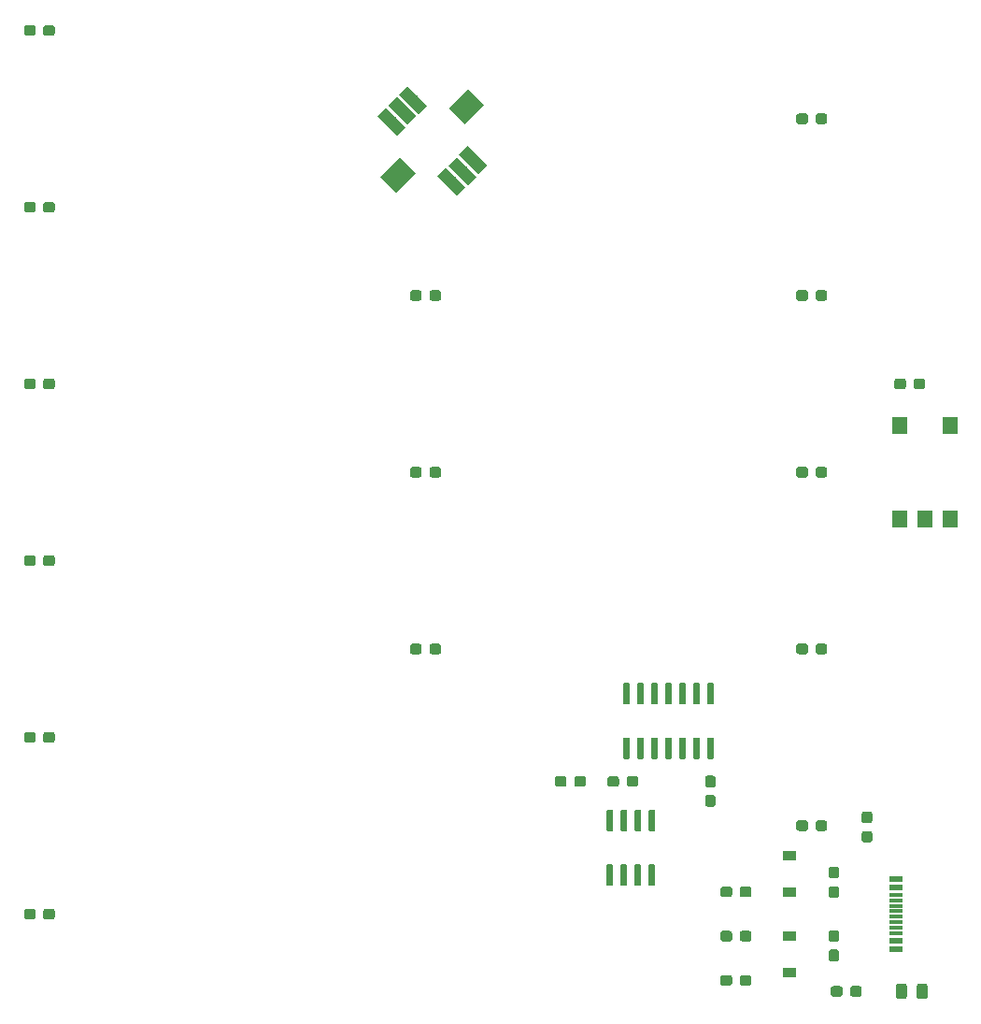
<source format=gbr>
G04 #@! TF.GenerationSoftware,KiCad,Pcbnew,5.1.2*
G04 #@! TF.CreationDate,2019-05-02T23:37:59-04:00*
G04 #@! TF.ProjectId,LED_Bar_Clock_2_Side_SMD,4c45445f-4261-4725-9f43-6c6f636b5f32,rev?*
G04 #@! TF.SameCoordinates,PX2faf080PY2faf080*
G04 #@! TF.FileFunction,Paste,Bot*
G04 #@! TF.FilePolarity,Positive*
%FSLAX46Y46*%
G04 Gerber Fmt 4.6, Leading zero omitted, Abs format (unit mm)*
G04 Created by KiCad (PCBNEW 5.1.2) date 2019-05-02 23:37:59*
%MOMM*%
%LPD*%
G04 APERTURE LIST*
%ADD10R,1.150000X0.600000*%
%ADD11R,1.150000X0.300000*%
%ADD12C,1.100000*%
%ADD13C,0.100000*%
%ADD14C,2.000000*%
%ADD15C,0.950000*%
%ADD16R,1.200000X0.900000*%
%ADD17C,0.975000*%
%ADD18R,1.400000X1.600000*%
%ADD19C,0.600000*%
G04 APERTURE END LIST*
D10*
X92645000Y-93200000D03*
X92645000Y-92400000D03*
X92645000Y-86800000D03*
X92645000Y-87600000D03*
D11*
X92645000Y-88250000D03*
X92645000Y-88750000D03*
X92645000Y-89250000D03*
X92645000Y-89750000D03*
X92645000Y-90250000D03*
X92645000Y-90750000D03*
X92645000Y-91250000D03*
X92645000Y-91750000D03*
D12*
X54312311Y-21732412D03*
D13*
G36*
X53039519Y-21237437D02*
G01*
X53817336Y-20459620D01*
X55585103Y-22227387D01*
X54807286Y-23005204D01*
X53039519Y-21237437D01*
X53039519Y-21237437D01*
G37*
D12*
X52332412Y-23712311D03*
D13*
G36*
X51059620Y-23217336D02*
G01*
X51837437Y-22439519D01*
X53605204Y-24207286D01*
X52827387Y-24985103D01*
X51059620Y-23217336D01*
X51059620Y-23217336D01*
G37*
D12*
X53322361Y-22722361D03*
D13*
G36*
X52049569Y-22227386D02*
G01*
X52827386Y-21449569D01*
X54595153Y-23217336D01*
X53817336Y-23995153D01*
X52049569Y-22227386D01*
X52049569Y-22227386D01*
G37*
D14*
X47488730Y-23111270D03*
D13*
G36*
X45897740Y-23288047D02*
G01*
X47665507Y-21520280D01*
X49079720Y-22934493D01*
X47311953Y-24702260D01*
X45897740Y-23288047D01*
X45897740Y-23288047D01*
G37*
D14*
X53711270Y-16888730D03*
D13*
G36*
X52120280Y-17065507D02*
G01*
X53888047Y-15297740D01*
X55302260Y-16711953D01*
X53534493Y-18479720D01*
X52120280Y-17065507D01*
X52120280Y-17065507D01*
G37*
D12*
X47877639Y-17277639D03*
D13*
G36*
X49150431Y-17772614D02*
G01*
X48372614Y-18550431D01*
X46604847Y-16782664D01*
X47382664Y-16004847D01*
X49150431Y-17772614D01*
X49150431Y-17772614D01*
G37*
D12*
X48867588Y-16287689D03*
D13*
G36*
X50140380Y-16782664D02*
G01*
X49362563Y-17560481D01*
X47594796Y-15792714D01*
X48372613Y-15014897D01*
X50140380Y-16782664D01*
X50140380Y-16782664D01*
G37*
D12*
X46887689Y-18267588D03*
D13*
G36*
X48160481Y-18762563D02*
G01*
X47382664Y-19540380D01*
X45614897Y-17772613D01*
X46392714Y-16994796D01*
X48160481Y-18762563D01*
X48160481Y-18762563D01*
G37*
G36*
X76060779Y-79226144D02*
G01*
X76083834Y-79229563D01*
X76106443Y-79235227D01*
X76128387Y-79243079D01*
X76149457Y-79253044D01*
X76169448Y-79265026D01*
X76188168Y-79278910D01*
X76205438Y-79294562D01*
X76221090Y-79311832D01*
X76234974Y-79330552D01*
X76246956Y-79350543D01*
X76256921Y-79371613D01*
X76264773Y-79393557D01*
X76270437Y-79416166D01*
X76273856Y-79439221D01*
X76275000Y-79462500D01*
X76275000Y-80037500D01*
X76273856Y-80060779D01*
X76270437Y-80083834D01*
X76264773Y-80106443D01*
X76256921Y-80128387D01*
X76246956Y-80149457D01*
X76234974Y-80169448D01*
X76221090Y-80188168D01*
X76205438Y-80205438D01*
X76188168Y-80221090D01*
X76169448Y-80234974D01*
X76149457Y-80246956D01*
X76128387Y-80256921D01*
X76106443Y-80264773D01*
X76083834Y-80270437D01*
X76060779Y-80273856D01*
X76037500Y-80275000D01*
X75562500Y-80275000D01*
X75539221Y-80273856D01*
X75516166Y-80270437D01*
X75493557Y-80264773D01*
X75471613Y-80256921D01*
X75450543Y-80246956D01*
X75430552Y-80234974D01*
X75411832Y-80221090D01*
X75394562Y-80205438D01*
X75378910Y-80188168D01*
X75365026Y-80169448D01*
X75353044Y-80149457D01*
X75343079Y-80128387D01*
X75335227Y-80106443D01*
X75329563Y-80083834D01*
X75326144Y-80060779D01*
X75325000Y-80037500D01*
X75325000Y-79462500D01*
X75326144Y-79439221D01*
X75329563Y-79416166D01*
X75335227Y-79393557D01*
X75343079Y-79371613D01*
X75353044Y-79350543D01*
X75365026Y-79330552D01*
X75378910Y-79311832D01*
X75394562Y-79294562D01*
X75411832Y-79278910D01*
X75430552Y-79265026D01*
X75450543Y-79253044D01*
X75471613Y-79243079D01*
X75493557Y-79235227D01*
X75516166Y-79229563D01*
X75539221Y-79226144D01*
X75562500Y-79225000D01*
X76037500Y-79225000D01*
X76060779Y-79226144D01*
X76060779Y-79226144D01*
G37*
D15*
X75800000Y-79750000D03*
D13*
G36*
X76060779Y-77476144D02*
G01*
X76083834Y-77479563D01*
X76106443Y-77485227D01*
X76128387Y-77493079D01*
X76149457Y-77503044D01*
X76169448Y-77515026D01*
X76188168Y-77528910D01*
X76205438Y-77544562D01*
X76221090Y-77561832D01*
X76234974Y-77580552D01*
X76246956Y-77600543D01*
X76256921Y-77621613D01*
X76264773Y-77643557D01*
X76270437Y-77666166D01*
X76273856Y-77689221D01*
X76275000Y-77712500D01*
X76275000Y-78287500D01*
X76273856Y-78310779D01*
X76270437Y-78333834D01*
X76264773Y-78356443D01*
X76256921Y-78378387D01*
X76246956Y-78399457D01*
X76234974Y-78419448D01*
X76221090Y-78438168D01*
X76205438Y-78455438D01*
X76188168Y-78471090D01*
X76169448Y-78484974D01*
X76149457Y-78496956D01*
X76128387Y-78506921D01*
X76106443Y-78514773D01*
X76083834Y-78520437D01*
X76060779Y-78523856D01*
X76037500Y-78525000D01*
X75562500Y-78525000D01*
X75539221Y-78523856D01*
X75516166Y-78520437D01*
X75493557Y-78514773D01*
X75471613Y-78506921D01*
X75450543Y-78496956D01*
X75430552Y-78484974D01*
X75411832Y-78471090D01*
X75394562Y-78455438D01*
X75378910Y-78438168D01*
X75365026Y-78419448D01*
X75353044Y-78399457D01*
X75343079Y-78378387D01*
X75335227Y-78356443D01*
X75329563Y-78333834D01*
X75326144Y-78310779D01*
X75325000Y-78287500D01*
X75325000Y-77712500D01*
X75326144Y-77689221D01*
X75329563Y-77666166D01*
X75335227Y-77643557D01*
X75343079Y-77621613D01*
X75353044Y-77600543D01*
X75365026Y-77580552D01*
X75378910Y-77561832D01*
X75394562Y-77544562D01*
X75411832Y-77528910D01*
X75430552Y-77515026D01*
X75450543Y-77503044D01*
X75471613Y-77493079D01*
X75493557Y-77485227D01*
X75516166Y-77479563D01*
X75539221Y-77476144D01*
X75562500Y-77475000D01*
X76037500Y-77475000D01*
X76060779Y-77476144D01*
X76060779Y-77476144D01*
G37*
D15*
X75800000Y-78000000D03*
D13*
G36*
X87560779Y-96526144D02*
G01*
X87583834Y-96529563D01*
X87606443Y-96535227D01*
X87628387Y-96543079D01*
X87649457Y-96553044D01*
X87669448Y-96565026D01*
X87688168Y-96578910D01*
X87705438Y-96594562D01*
X87721090Y-96611832D01*
X87734974Y-96630552D01*
X87746956Y-96650543D01*
X87756921Y-96671613D01*
X87764773Y-96693557D01*
X87770437Y-96716166D01*
X87773856Y-96739221D01*
X87775000Y-96762500D01*
X87775000Y-97237500D01*
X87773856Y-97260779D01*
X87770437Y-97283834D01*
X87764773Y-97306443D01*
X87756921Y-97328387D01*
X87746956Y-97349457D01*
X87734974Y-97369448D01*
X87721090Y-97388168D01*
X87705438Y-97405438D01*
X87688168Y-97421090D01*
X87669448Y-97434974D01*
X87649457Y-97446956D01*
X87628387Y-97456921D01*
X87606443Y-97464773D01*
X87583834Y-97470437D01*
X87560779Y-97473856D01*
X87537500Y-97475000D01*
X86962500Y-97475000D01*
X86939221Y-97473856D01*
X86916166Y-97470437D01*
X86893557Y-97464773D01*
X86871613Y-97456921D01*
X86850543Y-97446956D01*
X86830552Y-97434974D01*
X86811832Y-97421090D01*
X86794562Y-97405438D01*
X86778910Y-97388168D01*
X86765026Y-97369448D01*
X86753044Y-97349457D01*
X86743079Y-97328387D01*
X86735227Y-97306443D01*
X86729563Y-97283834D01*
X86726144Y-97260779D01*
X86725000Y-97237500D01*
X86725000Y-96762500D01*
X86726144Y-96739221D01*
X86729563Y-96716166D01*
X86735227Y-96693557D01*
X86743079Y-96671613D01*
X86753044Y-96650543D01*
X86765026Y-96630552D01*
X86778910Y-96611832D01*
X86794562Y-96594562D01*
X86811832Y-96578910D01*
X86830552Y-96565026D01*
X86850543Y-96553044D01*
X86871613Y-96543079D01*
X86893557Y-96535227D01*
X86916166Y-96529563D01*
X86939221Y-96526144D01*
X86962500Y-96525000D01*
X87537500Y-96525000D01*
X87560779Y-96526144D01*
X87560779Y-96526144D01*
G37*
D15*
X87250000Y-97000000D03*
D13*
G36*
X89310779Y-96526144D02*
G01*
X89333834Y-96529563D01*
X89356443Y-96535227D01*
X89378387Y-96543079D01*
X89399457Y-96553044D01*
X89419448Y-96565026D01*
X89438168Y-96578910D01*
X89455438Y-96594562D01*
X89471090Y-96611832D01*
X89484974Y-96630552D01*
X89496956Y-96650543D01*
X89506921Y-96671613D01*
X89514773Y-96693557D01*
X89520437Y-96716166D01*
X89523856Y-96739221D01*
X89525000Y-96762500D01*
X89525000Y-97237500D01*
X89523856Y-97260779D01*
X89520437Y-97283834D01*
X89514773Y-97306443D01*
X89506921Y-97328387D01*
X89496956Y-97349457D01*
X89484974Y-97369448D01*
X89471090Y-97388168D01*
X89455438Y-97405438D01*
X89438168Y-97421090D01*
X89419448Y-97434974D01*
X89399457Y-97446956D01*
X89378387Y-97456921D01*
X89356443Y-97464773D01*
X89333834Y-97470437D01*
X89310779Y-97473856D01*
X89287500Y-97475000D01*
X88712500Y-97475000D01*
X88689221Y-97473856D01*
X88666166Y-97470437D01*
X88643557Y-97464773D01*
X88621613Y-97456921D01*
X88600543Y-97446956D01*
X88580552Y-97434974D01*
X88561832Y-97421090D01*
X88544562Y-97405438D01*
X88528910Y-97388168D01*
X88515026Y-97369448D01*
X88503044Y-97349457D01*
X88493079Y-97328387D01*
X88485227Y-97306443D01*
X88479563Y-97283834D01*
X88476144Y-97260779D01*
X88475000Y-97237500D01*
X88475000Y-96762500D01*
X88476144Y-96739221D01*
X88479563Y-96716166D01*
X88485227Y-96693557D01*
X88493079Y-96671613D01*
X88503044Y-96650543D01*
X88515026Y-96630552D01*
X88528910Y-96611832D01*
X88544562Y-96594562D01*
X88561832Y-96578910D01*
X88580552Y-96565026D01*
X88600543Y-96553044D01*
X88621613Y-96543079D01*
X88643557Y-96535227D01*
X88666166Y-96529563D01*
X88689221Y-96526144D01*
X88712500Y-96525000D01*
X89287500Y-96525000D01*
X89310779Y-96526144D01*
X89310779Y-96526144D01*
G37*
D15*
X89000000Y-97000000D03*
D13*
G36*
X14435779Y-9526144D02*
G01*
X14458834Y-9529563D01*
X14481443Y-9535227D01*
X14503387Y-9543079D01*
X14524457Y-9553044D01*
X14544448Y-9565026D01*
X14563168Y-9578910D01*
X14580438Y-9594562D01*
X14596090Y-9611832D01*
X14609974Y-9630552D01*
X14621956Y-9650543D01*
X14631921Y-9671613D01*
X14639773Y-9693557D01*
X14645437Y-9716166D01*
X14648856Y-9739221D01*
X14650000Y-9762500D01*
X14650000Y-10237500D01*
X14648856Y-10260779D01*
X14645437Y-10283834D01*
X14639773Y-10306443D01*
X14631921Y-10328387D01*
X14621956Y-10349457D01*
X14609974Y-10369448D01*
X14596090Y-10388168D01*
X14580438Y-10405438D01*
X14563168Y-10421090D01*
X14544448Y-10434974D01*
X14524457Y-10446956D01*
X14503387Y-10456921D01*
X14481443Y-10464773D01*
X14458834Y-10470437D01*
X14435779Y-10473856D01*
X14412500Y-10475000D01*
X13837500Y-10475000D01*
X13814221Y-10473856D01*
X13791166Y-10470437D01*
X13768557Y-10464773D01*
X13746613Y-10456921D01*
X13725543Y-10446956D01*
X13705552Y-10434974D01*
X13686832Y-10421090D01*
X13669562Y-10405438D01*
X13653910Y-10388168D01*
X13640026Y-10369448D01*
X13628044Y-10349457D01*
X13618079Y-10328387D01*
X13610227Y-10306443D01*
X13604563Y-10283834D01*
X13601144Y-10260779D01*
X13600000Y-10237500D01*
X13600000Y-9762500D01*
X13601144Y-9739221D01*
X13604563Y-9716166D01*
X13610227Y-9693557D01*
X13618079Y-9671613D01*
X13628044Y-9650543D01*
X13640026Y-9630552D01*
X13653910Y-9611832D01*
X13669562Y-9594562D01*
X13686832Y-9578910D01*
X13705552Y-9565026D01*
X13725543Y-9553044D01*
X13746613Y-9543079D01*
X13768557Y-9535227D01*
X13791166Y-9529563D01*
X13814221Y-9526144D01*
X13837500Y-9525000D01*
X14412500Y-9525000D01*
X14435779Y-9526144D01*
X14435779Y-9526144D01*
G37*
D15*
X14125000Y-10000000D03*
D13*
G36*
X16185779Y-9526144D02*
G01*
X16208834Y-9529563D01*
X16231443Y-9535227D01*
X16253387Y-9543079D01*
X16274457Y-9553044D01*
X16294448Y-9565026D01*
X16313168Y-9578910D01*
X16330438Y-9594562D01*
X16346090Y-9611832D01*
X16359974Y-9630552D01*
X16371956Y-9650543D01*
X16381921Y-9671613D01*
X16389773Y-9693557D01*
X16395437Y-9716166D01*
X16398856Y-9739221D01*
X16400000Y-9762500D01*
X16400000Y-10237500D01*
X16398856Y-10260779D01*
X16395437Y-10283834D01*
X16389773Y-10306443D01*
X16381921Y-10328387D01*
X16371956Y-10349457D01*
X16359974Y-10369448D01*
X16346090Y-10388168D01*
X16330438Y-10405438D01*
X16313168Y-10421090D01*
X16294448Y-10434974D01*
X16274457Y-10446956D01*
X16253387Y-10456921D01*
X16231443Y-10464773D01*
X16208834Y-10470437D01*
X16185779Y-10473856D01*
X16162500Y-10475000D01*
X15587500Y-10475000D01*
X15564221Y-10473856D01*
X15541166Y-10470437D01*
X15518557Y-10464773D01*
X15496613Y-10456921D01*
X15475543Y-10446956D01*
X15455552Y-10434974D01*
X15436832Y-10421090D01*
X15419562Y-10405438D01*
X15403910Y-10388168D01*
X15390026Y-10369448D01*
X15378044Y-10349457D01*
X15368079Y-10328387D01*
X15360227Y-10306443D01*
X15354563Y-10283834D01*
X15351144Y-10260779D01*
X15350000Y-10237500D01*
X15350000Y-9762500D01*
X15351144Y-9739221D01*
X15354563Y-9716166D01*
X15360227Y-9693557D01*
X15368079Y-9671613D01*
X15378044Y-9650543D01*
X15390026Y-9630552D01*
X15403910Y-9611832D01*
X15419562Y-9594562D01*
X15436832Y-9578910D01*
X15455552Y-9565026D01*
X15475543Y-9553044D01*
X15496613Y-9543079D01*
X15518557Y-9535227D01*
X15541166Y-9529563D01*
X15564221Y-9526144D01*
X15587500Y-9525000D01*
X16162500Y-9525000D01*
X16185779Y-9526144D01*
X16185779Y-9526144D01*
G37*
D15*
X15875000Y-10000000D03*
D13*
G36*
X16185779Y-25526144D02*
G01*
X16208834Y-25529563D01*
X16231443Y-25535227D01*
X16253387Y-25543079D01*
X16274457Y-25553044D01*
X16294448Y-25565026D01*
X16313168Y-25578910D01*
X16330438Y-25594562D01*
X16346090Y-25611832D01*
X16359974Y-25630552D01*
X16371956Y-25650543D01*
X16381921Y-25671613D01*
X16389773Y-25693557D01*
X16395437Y-25716166D01*
X16398856Y-25739221D01*
X16400000Y-25762500D01*
X16400000Y-26237500D01*
X16398856Y-26260779D01*
X16395437Y-26283834D01*
X16389773Y-26306443D01*
X16381921Y-26328387D01*
X16371956Y-26349457D01*
X16359974Y-26369448D01*
X16346090Y-26388168D01*
X16330438Y-26405438D01*
X16313168Y-26421090D01*
X16294448Y-26434974D01*
X16274457Y-26446956D01*
X16253387Y-26456921D01*
X16231443Y-26464773D01*
X16208834Y-26470437D01*
X16185779Y-26473856D01*
X16162500Y-26475000D01*
X15587500Y-26475000D01*
X15564221Y-26473856D01*
X15541166Y-26470437D01*
X15518557Y-26464773D01*
X15496613Y-26456921D01*
X15475543Y-26446956D01*
X15455552Y-26434974D01*
X15436832Y-26421090D01*
X15419562Y-26405438D01*
X15403910Y-26388168D01*
X15390026Y-26369448D01*
X15378044Y-26349457D01*
X15368079Y-26328387D01*
X15360227Y-26306443D01*
X15354563Y-26283834D01*
X15351144Y-26260779D01*
X15350000Y-26237500D01*
X15350000Y-25762500D01*
X15351144Y-25739221D01*
X15354563Y-25716166D01*
X15360227Y-25693557D01*
X15368079Y-25671613D01*
X15378044Y-25650543D01*
X15390026Y-25630552D01*
X15403910Y-25611832D01*
X15419562Y-25594562D01*
X15436832Y-25578910D01*
X15455552Y-25565026D01*
X15475543Y-25553044D01*
X15496613Y-25543079D01*
X15518557Y-25535227D01*
X15541166Y-25529563D01*
X15564221Y-25526144D01*
X15587500Y-25525000D01*
X16162500Y-25525000D01*
X16185779Y-25526144D01*
X16185779Y-25526144D01*
G37*
D15*
X15875000Y-26000000D03*
D13*
G36*
X14435779Y-25526144D02*
G01*
X14458834Y-25529563D01*
X14481443Y-25535227D01*
X14503387Y-25543079D01*
X14524457Y-25553044D01*
X14544448Y-25565026D01*
X14563168Y-25578910D01*
X14580438Y-25594562D01*
X14596090Y-25611832D01*
X14609974Y-25630552D01*
X14621956Y-25650543D01*
X14631921Y-25671613D01*
X14639773Y-25693557D01*
X14645437Y-25716166D01*
X14648856Y-25739221D01*
X14650000Y-25762500D01*
X14650000Y-26237500D01*
X14648856Y-26260779D01*
X14645437Y-26283834D01*
X14639773Y-26306443D01*
X14631921Y-26328387D01*
X14621956Y-26349457D01*
X14609974Y-26369448D01*
X14596090Y-26388168D01*
X14580438Y-26405438D01*
X14563168Y-26421090D01*
X14544448Y-26434974D01*
X14524457Y-26446956D01*
X14503387Y-26456921D01*
X14481443Y-26464773D01*
X14458834Y-26470437D01*
X14435779Y-26473856D01*
X14412500Y-26475000D01*
X13837500Y-26475000D01*
X13814221Y-26473856D01*
X13791166Y-26470437D01*
X13768557Y-26464773D01*
X13746613Y-26456921D01*
X13725543Y-26446956D01*
X13705552Y-26434974D01*
X13686832Y-26421090D01*
X13669562Y-26405438D01*
X13653910Y-26388168D01*
X13640026Y-26369448D01*
X13628044Y-26349457D01*
X13618079Y-26328387D01*
X13610227Y-26306443D01*
X13604563Y-26283834D01*
X13601144Y-26260779D01*
X13600000Y-26237500D01*
X13600000Y-25762500D01*
X13601144Y-25739221D01*
X13604563Y-25716166D01*
X13610227Y-25693557D01*
X13618079Y-25671613D01*
X13628044Y-25650543D01*
X13640026Y-25630552D01*
X13653910Y-25611832D01*
X13669562Y-25594562D01*
X13686832Y-25578910D01*
X13705552Y-25565026D01*
X13725543Y-25553044D01*
X13746613Y-25543079D01*
X13768557Y-25535227D01*
X13791166Y-25529563D01*
X13814221Y-25526144D01*
X13837500Y-25525000D01*
X14412500Y-25525000D01*
X14435779Y-25526144D01*
X14435779Y-25526144D01*
G37*
D15*
X14125000Y-26000000D03*
D13*
G36*
X14435779Y-41526144D02*
G01*
X14458834Y-41529563D01*
X14481443Y-41535227D01*
X14503387Y-41543079D01*
X14524457Y-41553044D01*
X14544448Y-41565026D01*
X14563168Y-41578910D01*
X14580438Y-41594562D01*
X14596090Y-41611832D01*
X14609974Y-41630552D01*
X14621956Y-41650543D01*
X14631921Y-41671613D01*
X14639773Y-41693557D01*
X14645437Y-41716166D01*
X14648856Y-41739221D01*
X14650000Y-41762500D01*
X14650000Y-42237500D01*
X14648856Y-42260779D01*
X14645437Y-42283834D01*
X14639773Y-42306443D01*
X14631921Y-42328387D01*
X14621956Y-42349457D01*
X14609974Y-42369448D01*
X14596090Y-42388168D01*
X14580438Y-42405438D01*
X14563168Y-42421090D01*
X14544448Y-42434974D01*
X14524457Y-42446956D01*
X14503387Y-42456921D01*
X14481443Y-42464773D01*
X14458834Y-42470437D01*
X14435779Y-42473856D01*
X14412500Y-42475000D01*
X13837500Y-42475000D01*
X13814221Y-42473856D01*
X13791166Y-42470437D01*
X13768557Y-42464773D01*
X13746613Y-42456921D01*
X13725543Y-42446956D01*
X13705552Y-42434974D01*
X13686832Y-42421090D01*
X13669562Y-42405438D01*
X13653910Y-42388168D01*
X13640026Y-42369448D01*
X13628044Y-42349457D01*
X13618079Y-42328387D01*
X13610227Y-42306443D01*
X13604563Y-42283834D01*
X13601144Y-42260779D01*
X13600000Y-42237500D01*
X13600000Y-41762500D01*
X13601144Y-41739221D01*
X13604563Y-41716166D01*
X13610227Y-41693557D01*
X13618079Y-41671613D01*
X13628044Y-41650543D01*
X13640026Y-41630552D01*
X13653910Y-41611832D01*
X13669562Y-41594562D01*
X13686832Y-41578910D01*
X13705552Y-41565026D01*
X13725543Y-41553044D01*
X13746613Y-41543079D01*
X13768557Y-41535227D01*
X13791166Y-41529563D01*
X13814221Y-41526144D01*
X13837500Y-41525000D01*
X14412500Y-41525000D01*
X14435779Y-41526144D01*
X14435779Y-41526144D01*
G37*
D15*
X14125000Y-42000000D03*
D13*
G36*
X16185779Y-41526144D02*
G01*
X16208834Y-41529563D01*
X16231443Y-41535227D01*
X16253387Y-41543079D01*
X16274457Y-41553044D01*
X16294448Y-41565026D01*
X16313168Y-41578910D01*
X16330438Y-41594562D01*
X16346090Y-41611832D01*
X16359974Y-41630552D01*
X16371956Y-41650543D01*
X16381921Y-41671613D01*
X16389773Y-41693557D01*
X16395437Y-41716166D01*
X16398856Y-41739221D01*
X16400000Y-41762500D01*
X16400000Y-42237500D01*
X16398856Y-42260779D01*
X16395437Y-42283834D01*
X16389773Y-42306443D01*
X16381921Y-42328387D01*
X16371956Y-42349457D01*
X16359974Y-42369448D01*
X16346090Y-42388168D01*
X16330438Y-42405438D01*
X16313168Y-42421090D01*
X16294448Y-42434974D01*
X16274457Y-42446956D01*
X16253387Y-42456921D01*
X16231443Y-42464773D01*
X16208834Y-42470437D01*
X16185779Y-42473856D01*
X16162500Y-42475000D01*
X15587500Y-42475000D01*
X15564221Y-42473856D01*
X15541166Y-42470437D01*
X15518557Y-42464773D01*
X15496613Y-42456921D01*
X15475543Y-42446956D01*
X15455552Y-42434974D01*
X15436832Y-42421090D01*
X15419562Y-42405438D01*
X15403910Y-42388168D01*
X15390026Y-42369448D01*
X15378044Y-42349457D01*
X15368079Y-42328387D01*
X15360227Y-42306443D01*
X15354563Y-42283834D01*
X15351144Y-42260779D01*
X15350000Y-42237500D01*
X15350000Y-41762500D01*
X15351144Y-41739221D01*
X15354563Y-41716166D01*
X15360227Y-41693557D01*
X15368079Y-41671613D01*
X15378044Y-41650543D01*
X15390026Y-41630552D01*
X15403910Y-41611832D01*
X15419562Y-41594562D01*
X15436832Y-41578910D01*
X15455552Y-41565026D01*
X15475543Y-41553044D01*
X15496613Y-41543079D01*
X15518557Y-41535227D01*
X15541166Y-41529563D01*
X15564221Y-41526144D01*
X15587500Y-41525000D01*
X16162500Y-41525000D01*
X16185779Y-41526144D01*
X16185779Y-41526144D01*
G37*
D15*
X15875000Y-42000000D03*
D13*
G36*
X16185779Y-57526144D02*
G01*
X16208834Y-57529563D01*
X16231443Y-57535227D01*
X16253387Y-57543079D01*
X16274457Y-57553044D01*
X16294448Y-57565026D01*
X16313168Y-57578910D01*
X16330438Y-57594562D01*
X16346090Y-57611832D01*
X16359974Y-57630552D01*
X16371956Y-57650543D01*
X16381921Y-57671613D01*
X16389773Y-57693557D01*
X16395437Y-57716166D01*
X16398856Y-57739221D01*
X16400000Y-57762500D01*
X16400000Y-58237500D01*
X16398856Y-58260779D01*
X16395437Y-58283834D01*
X16389773Y-58306443D01*
X16381921Y-58328387D01*
X16371956Y-58349457D01*
X16359974Y-58369448D01*
X16346090Y-58388168D01*
X16330438Y-58405438D01*
X16313168Y-58421090D01*
X16294448Y-58434974D01*
X16274457Y-58446956D01*
X16253387Y-58456921D01*
X16231443Y-58464773D01*
X16208834Y-58470437D01*
X16185779Y-58473856D01*
X16162500Y-58475000D01*
X15587500Y-58475000D01*
X15564221Y-58473856D01*
X15541166Y-58470437D01*
X15518557Y-58464773D01*
X15496613Y-58456921D01*
X15475543Y-58446956D01*
X15455552Y-58434974D01*
X15436832Y-58421090D01*
X15419562Y-58405438D01*
X15403910Y-58388168D01*
X15390026Y-58369448D01*
X15378044Y-58349457D01*
X15368079Y-58328387D01*
X15360227Y-58306443D01*
X15354563Y-58283834D01*
X15351144Y-58260779D01*
X15350000Y-58237500D01*
X15350000Y-57762500D01*
X15351144Y-57739221D01*
X15354563Y-57716166D01*
X15360227Y-57693557D01*
X15368079Y-57671613D01*
X15378044Y-57650543D01*
X15390026Y-57630552D01*
X15403910Y-57611832D01*
X15419562Y-57594562D01*
X15436832Y-57578910D01*
X15455552Y-57565026D01*
X15475543Y-57553044D01*
X15496613Y-57543079D01*
X15518557Y-57535227D01*
X15541166Y-57529563D01*
X15564221Y-57526144D01*
X15587500Y-57525000D01*
X16162500Y-57525000D01*
X16185779Y-57526144D01*
X16185779Y-57526144D01*
G37*
D15*
X15875000Y-58000000D03*
D13*
G36*
X14435779Y-57526144D02*
G01*
X14458834Y-57529563D01*
X14481443Y-57535227D01*
X14503387Y-57543079D01*
X14524457Y-57553044D01*
X14544448Y-57565026D01*
X14563168Y-57578910D01*
X14580438Y-57594562D01*
X14596090Y-57611832D01*
X14609974Y-57630552D01*
X14621956Y-57650543D01*
X14631921Y-57671613D01*
X14639773Y-57693557D01*
X14645437Y-57716166D01*
X14648856Y-57739221D01*
X14650000Y-57762500D01*
X14650000Y-58237500D01*
X14648856Y-58260779D01*
X14645437Y-58283834D01*
X14639773Y-58306443D01*
X14631921Y-58328387D01*
X14621956Y-58349457D01*
X14609974Y-58369448D01*
X14596090Y-58388168D01*
X14580438Y-58405438D01*
X14563168Y-58421090D01*
X14544448Y-58434974D01*
X14524457Y-58446956D01*
X14503387Y-58456921D01*
X14481443Y-58464773D01*
X14458834Y-58470437D01*
X14435779Y-58473856D01*
X14412500Y-58475000D01*
X13837500Y-58475000D01*
X13814221Y-58473856D01*
X13791166Y-58470437D01*
X13768557Y-58464773D01*
X13746613Y-58456921D01*
X13725543Y-58446956D01*
X13705552Y-58434974D01*
X13686832Y-58421090D01*
X13669562Y-58405438D01*
X13653910Y-58388168D01*
X13640026Y-58369448D01*
X13628044Y-58349457D01*
X13618079Y-58328387D01*
X13610227Y-58306443D01*
X13604563Y-58283834D01*
X13601144Y-58260779D01*
X13600000Y-58237500D01*
X13600000Y-57762500D01*
X13601144Y-57739221D01*
X13604563Y-57716166D01*
X13610227Y-57693557D01*
X13618079Y-57671613D01*
X13628044Y-57650543D01*
X13640026Y-57630552D01*
X13653910Y-57611832D01*
X13669562Y-57594562D01*
X13686832Y-57578910D01*
X13705552Y-57565026D01*
X13725543Y-57553044D01*
X13746613Y-57543079D01*
X13768557Y-57535227D01*
X13791166Y-57529563D01*
X13814221Y-57526144D01*
X13837500Y-57525000D01*
X14412500Y-57525000D01*
X14435779Y-57526144D01*
X14435779Y-57526144D01*
G37*
D15*
X14125000Y-58000000D03*
D13*
G36*
X14435779Y-73526144D02*
G01*
X14458834Y-73529563D01*
X14481443Y-73535227D01*
X14503387Y-73543079D01*
X14524457Y-73553044D01*
X14544448Y-73565026D01*
X14563168Y-73578910D01*
X14580438Y-73594562D01*
X14596090Y-73611832D01*
X14609974Y-73630552D01*
X14621956Y-73650543D01*
X14631921Y-73671613D01*
X14639773Y-73693557D01*
X14645437Y-73716166D01*
X14648856Y-73739221D01*
X14650000Y-73762500D01*
X14650000Y-74237500D01*
X14648856Y-74260779D01*
X14645437Y-74283834D01*
X14639773Y-74306443D01*
X14631921Y-74328387D01*
X14621956Y-74349457D01*
X14609974Y-74369448D01*
X14596090Y-74388168D01*
X14580438Y-74405438D01*
X14563168Y-74421090D01*
X14544448Y-74434974D01*
X14524457Y-74446956D01*
X14503387Y-74456921D01*
X14481443Y-74464773D01*
X14458834Y-74470437D01*
X14435779Y-74473856D01*
X14412500Y-74475000D01*
X13837500Y-74475000D01*
X13814221Y-74473856D01*
X13791166Y-74470437D01*
X13768557Y-74464773D01*
X13746613Y-74456921D01*
X13725543Y-74446956D01*
X13705552Y-74434974D01*
X13686832Y-74421090D01*
X13669562Y-74405438D01*
X13653910Y-74388168D01*
X13640026Y-74369448D01*
X13628044Y-74349457D01*
X13618079Y-74328387D01*
X13610227Y-74306443D01*
X13604563Y-74283834D01*
X13601144Y-74260779D01*
X13600000Y-74237500D01*
X13600000Y-73762500D01*
X13601144Y-73739221D01*
X13604563Y-73716166D01*
X13610227Y-73693557D01*
X13618079Y-73671613D01*
X13628044Y-73650543D01*
X13640026Y-73630552D01*
X13653910Y-73611832D01*
X13669562Y-73594562D01*
X13686832Y-73578910D01*
X13705552Y-73565026D01*
X13725543Y-73553044D01*
X13746613Y-73543079D01*
X13768557Y-73535227D01*
X13791166Y-73529563D01*
X13814221Y-73526144D01*
X13837500Y-73525000D01*
X14412500Y-73525000D01*
X14435779Y-73526144D01*
X14435779Y-73526144D01*
G37*
D15*
X14125000Y-74000000D03*
D13*
G36*
X16185779Y-73526144D02*
G01*
X16208834Y-73529563D01*
X16231443Y-73535227D01*
X16253387Y-73543079D01*
X16274457Y-73553044D01*
X16294448Y-73565026D01*
X16313168Y-73578910D01*
X16330438Y-73594562D01*
X16346090Y-73611832D01*
X16359974Y-73630552D01*
X16371956Y-73650543D01*
X16381921Y-73671613D01*
X16389773Y-73693557D01*
X16395437Y-73716166D01*
X16398856Y-73739221D01*
X16400000Y-73762500D01*
X16400000Y-74237500D01*
X16398856Y-74260779D01*
X16395437Y-74283834D01*
X16389773Y-74306443D01*
X16381921Y-74328387D01*
X16371956Y-74349457D01*
X16359974Y-74369448D01*
X16346090Y-74388168D01*
X16330438Y-74405438D01*
X16313168Y-74421090D01*
X16294448Y-74434974D01*
X16274457Y-74446956D01*
X16253387Y-74456921D01*
X16231443Y-74464773D01*
X16208834Y-74470437D01*
X16185779Y-74473856D01*
X16162500Y-74475000D01*
X15587500Y-74475000D01*
X15564221Y-74473856D01*
X15541166Y-74470437D01*
X15518557Y-74464773D01*
X15496613Y-74456921D01*
X15475543Y-74446956D01*
X15455552Y-74434974D01*
X15436832Y-74421090D01*
X15419562Y-74405438D01*
X15403910Y-74388168D01*
X15390026Y-74369448D01*
X15378044Y-74349457D01*
X15368079Y-74328387D01*
X15360227Y-74306443D01*
X15354563Y-74283834D01*
X15351144Y-74260779D01*
X15350000Y-74237500D01*
X15350000Y-73762500D01*
X15351144Y-73739221D01*
X15354563Y-73716166D01*
X15360227Y-73693557D01*
X15368079Y-73671613D01*
X15378044Y-73650543D01*
X15390026Y-73630552D01*
X15403910Y-73611832D01*
X15419562Y-73594562D01*
X15436832Y-73578910D01*
X15455552Y-73565026D01*
X15475543Y-73553044D01*
X15496613Y-73543079D01*
X15518557Y-73535227D01*
X15541166Y-73529563D01*
X15564221Y-73526144D01*
X15587500Y-73525000D01*
X16162500Y-73525000D01*
X16185779Y-73526144D01*
X16185779Y-73526144D01*
G37*
D15*
X15875000Y-74000000D03*
D13*
G36*
X16185779Y-89526144D02*
G01*
X16208834Y-89529563D01*
X16231443Y-89535227D01*
X16253387Y-89543079D01*
X16274457Y-89553044D01*
X16294448Y-89565026D01*
X16313168Y-89578910D01*
X16330438Y-89594562D01*
X16346090Y-89611832D01*
X16359974Y-89630552D01*
X16371956Y-89650543D01*
X16381921Y-89671613D01*
X16389773Y-89693557D01*
X16395437Y-89716166D01*
X16398856Y-89739221D01*
X16400000Y-89762500D01*
X16400000Y-90237500D01*
X16398856Y-90260779D01*
X16395437Y-90283834D01*
X16389773Y-90306443D01*
X16381921Y-90328387D01*
X16371956Y-90349457D01*
X16359974Y-90369448D01*
X16346090Y-90388168D01*
X16330438Y-90405438D01*
X16313168Y-90421090D01*
X16294448Y-90434974D01*
X16274457Y-90446956D01*
X16253387Y-90456921D01*
X16231443Y-90464773D01*
X16208834Y-90470437D01*
X16185779Y-90473856D01*
X16162500Y-90475000D01*
X15587500Y-90475000D01*
X15564221Y-90473856D01*
X15541166Y-90470437D01*
X15518557Y-90464773D01*
X15496613Y-90456921D01*
X15475543Y-90446956D01*
X15455552Y-90434974D01*
X15436832Y-90421090D01*
X15419562Y-90405438D01*
X15403910Y-90388168D01*
X15390026Y-90369448D01*
X15378044Y-90349457D01*
X15368079Y-90328387D01*
X15360227Y-90306443D01*
X15354563Y-90283834D01*
X15351144Y-90260779D01*
X15350000Y-90237500D01*
X15350000Y-89762500D01*
X15351144Y-89739221D01*
X15354563Y-89716166D01*
X15360227Y-89693557D01*
X15368079Y-89671613D01*
X15378044Y-89650543D01*
X15390026Y-89630552D01*
X15403910Y-89611832D01*
X15419562Y-89594562D01*
X15436832Y-89578910D01*
X15455552Y-89565026D01*
X15475543Y-89553044D01*
X15496613Y-89543079D01*
X15518557Y-89535227D01*
X15541166Y-89529563D01*
X15564221Y-89526144D01*
X15587500Y-89525000D01*
X16162500Y-89525000D01*
X16185779Y-89526144D01*
X16185779Y-89526144D01*
G37*
D15*
X15875000Y-90000000D03*
D13*
G36*
X14435779Y-89526144D02*
G01*
X14458834Y-89529563D01*
X14481443Y-89535227D01*
X14503387Y-89543079D01*
X14524457Y-89553044D01*
X14544448Y-89565026D01*
X14563168Y-89578910D01*
X14580438Y-89594562D01*
X14596090Y-89611832D01*
X14609974Y-89630552D01*
X14621956Y-89650543D01*
X14631921Y-89671613D01*
X14639773Y-89693557D01*
X14645437Y-89716166D01*
X14648856Y-89739221D01*
X14650000Y-89762500D01*
X14650000Y-90237500D01*
X14648856Y-90260779D01*
X14645437Y-90283834D01*
X14639773Y-90306443D01*
X14631921Y-90328387D01*
X14621956Y-90349457D01*
X14609974Y-90369448D01*
X14596090Y-90388168D01*
X14580438Y-90405438D01*
X14563168Y-90421090D01*
X14544448Y-90434974D01*
X14524457Y-90446956D01*
X14503387Y-90456921D01*
X14481443Y-90464773D01*
X14458834Y-90470437D01*
X14435779Y-90473856D01*
X14412500Y-90475000D01*
X13837500Y-90475000D01*
X13814221Y-90473856D01*
X13791166Y-90470437D01*
X13768557Y-90464773D01*
X13746613Y-90456921D01*
X13725543Y-90446956D01*
X13705552Y-90434974D01*
X13686832Y-90421090D01*
X13669562Y-90405438D01*
X13653910Y-90388168D01*
X13640026Y-90369448D01*
X13628044Y-90349457D01*
X13618079Y-90328387D01*
X13610227Y-90306443D01*
X13604563Y-90283834D01*
X13601144Y-90260779D01*
X13600000Y-90237500D01*
X13600000Y-89762500D01*
X13601144Y-89739221D01*
X13604563Y-89716166D01*
X13610227Y-89693557D01*
X13618079Y-89671613D01*
X13628044Y-89650543D01*
X13640026Y-89630552D01*
X13653910Y-89611832D01*
X13669562Y-89594562D01*
X13686832Y-89578910D01*
X13705552Y-89565026D01*
X13725543Y-89553044D01*
X13746613Y-89543079D01*
X13768557Y-89535227D01*
X13791166Y-89529563D01*
X13814221Y-89526144D01*
X13837500Y-89525000D01*
X14412500Y-89525000D01*
X14435779Y-89526144D01*
X14435779Y-89526144D01*
G37*
D15*
X14125000Y-90000000D03*
D13*
G36*
X51185779Y-33526144D02*
G01*
X51208834Y-33529563D01*
X51231443Y-33535227D01*
X51253387Y-33543079D01*
X51274457Y-33553044D01*
X51294448Y-33565026D01*
X51313168Y-33578910D01*
X51330438Y-33594562D01*
X51346090Y-33611832D01*
X51359974Y-33630552D01*
X51371956Y-33650543D01*
X51381921Y-33671613D01*
X51389773Y-33693557D01*
X51395437Y-33716166D01*
X51398856Y-33739221D01*
X51400000Y-33762500D01*
X51400000Y-34237500D01*
X51398856Y-34260779D01*
X51395437Y-34283834D01*
X51389773Y-34306443D01*
X51381921Y-34328387D01*
X51371956Y-34349457D01*
X51359974Y-34369448D01*
X51346090Y-34388168D01*
X51330438Y-34405438D01*
X51313168Y-34421090D01*
X51294448Y-34434974D01*
X51274457Y-34446956D01*
X51253387Y-34456921D01*
X51231443Y-34464773D01*
X51208834Y-34470437D01*
X51185779Y-34473856D01*
X51162500Y-34475000D01*
X50587500Y-34475000D01*
X50564221Y-34473856D01*
X50541166Y-34470437D01*
X50518557Y-34464773D01*
X50496613Y-34456921D01*
X50475543Y-34446956D01*
X50455552Y-34434974D01*
X50436832Y-34421090D01*
X50419562Y-34405438D01*
X50403910Y-34388168D01*
X50390026Y-34369448D01*
X50378044Y-34349457D01*
X50368079Y-34328387D01*
X50360227Y-34306443D01*
X50354563Y-34283834D01*
X50351144Y-34260779D01*
X50350000Y-34237500D01*
X50350000Y-33762500D01*
X50351144Y-33739221D01*
X50354563Y-33716166D01*
X50360227Y-33693557D01*
X50368079Y-33671613D01*
X50378044Y-33650543D01*
X50390026Y-33630552D01*
X50403910Y-33611832D01*
X50419562Y-33594562D01*
X50436832Y-33578910D01*
X50455552Y-33565026D01*
X50475543Y-33553044D01*
X50496613Y-33543079D01*
X50518557Y-33535227D01*
X50541166Y-33529563D01*
X50564221Y-33526144D01*
X50587500Y-33525000D01*
X51162500Y-33525000D01*
X51185779Y-33526144D01*
X51185779Y-33526144D01*
G37*
D15*
X50875000Y-34000000D03*
D13*
G36*
X49435779Y-33526144D02*
G01*
X49458834Y-33529563D01*
X49481443Y-33535227D01*
X49503387Y-33543079D01*
X49524457Y-33553044D01*
X49544448Y-33565026D01*
X49563168Y-33578910D01*
X49580438Y-33594562D01*
X49596090Y-33611832D01*
X49609974Y-33630552D01*
X49621956Y-33650543D01*
X49631921Y-33671613D01*
X49639773Y-33693557D01*
X49645437Y-33716166D01*
X49648856Y-33739221D01*
X49650000Y-33762500D01*
X49650000Y-34237500D01*
X49648856Y-34260779D01*
X49645437Y-34283834D01*
X49639773Y-34306443D01*
X49631921Y-34328387D01*
X49621956Y-34349457D01*
X49609974Y-34369448D01*
X49596090Y-34388168D01*
X49580438Y-34405438D01*
X49563168Y-34421090D01*
X49544448Y-34434974D01*
X49524457Y-34446956D01*
X49503387Y-34456921D01*
X49481443Y-34464773D01*
X49458834Y-34470437D01*
X49435779Y-34473856D01*
X49412500Y-34475000D01*
X48837500Y-34475000D01*
X48814221Y-34473856D01*
X48791166Y-34470437D01*
X48768557Y-34464773D01*
X48746613Y-34456921D01*
X48725543Y-34446956D01*
X48705552Y-34434974D01*
X48686832Y-34421090D01*
X48669562Y-34405438D01*
X48653910Y-34388168D01*
X48640026Y-34369448D01*
X48628044Y-34349457D01*
X48618079Y-34328387D01*
X48610227Y-34306443D01*
X48604563Y-34283834D01*
X48601144Y-34260779D01*
X48600000Y-34237500D01*
X48600000Y-33762500D01*
X48601144Y-33739221D01*
X48604563Y-33716166D01*
X48610227Y-33693557D01*
X48618079Y-33671613D01*
X48628044Y-33650543D01*
X48640026Y-33630552D01*
X48653910Y-33611832D01*
X48669562Y-33594562D01*
X48686832Y-33578910D01*
X48705552Y-33565026D01*
X48725543Y-33553044D01*
X48746613Y-33543079D01*
X48768557Y-33535227D01*
X48791166Y-33529563D01*
X48814221Y-33526144D01*
X48837500Y-33525000D01*
X49412500Y-33525000D01*
X49435779Y-33526144D01*
X49435779Y-33526144D01*
G37*
D15*
X49125000Y-34000000D03*
D13*
G36*
X49435779Y-49526144D02*
G01*
X49458834Y-49529563D01*
X49481443Y-49535227D01*
X49503387Y-49543079D01*
X49524457Y-49553044D01*
X49544448Y-49565026D01*
X49563168Y-49578910D01*
X49580438Y-49594562D01*
X49596090Y-49611832D01*
X49609974Y-49630552D01*
X49621956Y-49650543D01*
X49631921Y-49671613D01*
X49639773Y-49693557D01*
X49645437Y-49716166D01*
X49648856Y-49739221D01*
X49650000Y-49762500D01*
X49650000Y-50237500D01*
X49648856Y-50260779D01*
X49645437Y-50283834D01*
X49639773Y-50306443D01*
X49631921Y-50328387D01*
X49621956Y-50349457D01*
X49609974Y-50369448D01*
X49596090Y-50388168D01*
X49580438Y-50405438D01*
X49563168Y-50421090D01*
X49544448Y-50434974D01*
X49524457Y-50446956D01*
X49503387Y-50456921D01*
X49481443Y-50464773D01*
X49458834Y-50470437D01*
X49435779Y-50473856D01*
X49412500Y-50475000D01*
X48837500Y-50475000D01*
X48814221Y-50473856D01*
X48791166Y-50470437D01*
X48768557Y-50464773D01*
X48746613Y-50456921D01*
X48725543Y-50446956D01*
X48705552Y-50434974D01*
X48686832Y-50421090D01*
X48669562Y-50405438D01*
X48653910Y-50388168D01*
X48640026Y-50369448D01*
X48628044Y-50349457D01*
X48618079Y-50328387D01*
X48610227Y-50306443D01*
X48604563Y-50283834D01*
X48601144Y-50260779D01*
X48600000Y-50237500D01*
X48600000Y-49762500D01*
X48601144Y-49739221D01*
X48604563Y-49716166D01*
X48610227Y-49693557D01*
X48618079Y-49671613D01*
X48628044Y-49650543D01*
X48640026Y-49630552D01*
X48653910Y-49611832D01*
X48669562Y-49594562D01*
X48686832Y-49578910D01*
X48705552Y-49565026D01*
X48725543Y-49553044D01*
X48746613Y-49543079D01*
X48768557Y-49535227D01*
X48791166Y-49529563D01*
X48814221Y-49526144D01*
X48837500Y-49525000D01*
X49412500Y-49525000D01*
X49435779Y-49526144D01*
X49435779Y-49526144D01*
G37*
D15*
X49125000Y-50000000D03*
D13*
G36*
X51185779Y-49526144D02*
G01*
X51208834Y-49529563D01*
X51231443Y-49535227D01*
X51253387Y-49543079D01*
X51274457Y-49553044D01*
X51294448Y-49565026D01*
X51313168Y-49578910D01*
X51330438Y-49594562D01*
X51346090Y-49611832D01*
X51359974Y-49630552D01*
X51371956Y-49650543D01*
X51381921Y-49671613D01*
X51389773Y-49693557D01*
X51395437Y-49716166D01*
X51398856Y-49739221D01*
X51400000Y-49762500D01*
X51400000Y-50237500D01*
X51398856Y-50260779D01*
X51395437Y-50283834D01*
X51389773Y-50306443D01*
X51381921Y-50328387D01*
X51371956Y-50349457D01*
X51359974Y-50369448D01*
X51346090Y-50388168D01*
X51330438Y-50405438D01*
X51313168Y-50421090D01*
X51294448Y-50434974D01*
X51274457Y-50446956D01*
X51253387Y-50456921D01*
X51231443Y-50464773D01*
X51208834Y-50470437D01*
X51185779Y-50473856D01*
X51162500Y-50475000D01*
X50587500Y-50475000D01*
X50564221Y-50473856D01*
X50541166Y-50470437D01*
X50518557Y-50464773D01*
X50496613Y-50456921D01*
X50475543Y-50446956D01*
X50455552Y-50434974D01*
X50436832Y-50421090D01*
X50419562Y-50405438D01*
X50403910Y-50388168D01*
X50390026Y-50369448D01*
X50378044Y-50349457D01*
X50368079Y-50328387D01*
X50360227Y-50306443D01*
X50354563Y-50283834D01*
X50351144Y-50260779D01*
X50350000Y-50237500D01*
X50350000Y-49762500D01*
X50351144Y-49739221D01*
X50354563Y-49716166D01*
X50360227Y-49693557D01*
X50368079Y-49671613D01*
X50378044Y-49650543D01*
X50390026Y-49630552D01*
X50403910Y-49611832D01*
X50419562Y-49594562D01*
X50436832Y-49578910D01*
X50455552Y-49565026D01*
X50475543Y-49553044D01*
X50496613Y-49543079D01*
X50518557Y-49535227D01*
X50541166Y-49529563D01*
X50564221Y-49526144D01*
X50587500Y-49525000D01*
X51162500Y-49525000D01*
X51185779Y-49526144D01*
X51185779Y-49526144D01*
G37*
D15*
X50875000Y-50000000D03*
D13*
G36*
X49435779Y-65526144D02*
G01*
X49458834Y-65529563D01*
X49481443Y-65535227D01*
X49503387Y-65543079D01*
X49524457Y-65553044D01*
X49544448Y-65565026D01*
X49563168Y-65578910D01*
X49580438Y-65594562D01*
X49596090Y-65611832D01*
X49609974Y-65630552D01*
X49621956Y-65650543D01*
X49631921Y-65671613D01*
X49639773Y-65693557D01*
X49645437Y-65716166D01*
X49648856Y-65739221D01*
X49650000Y-65762500D01*
X49650000Y-66237500D01*
X49648856Y-66260779D01*
X49645437Y-66283834D01*
X49639773Y-66306443D01*
X49631921Y-66328387D01*
X49621956Y-66349457D01*
X49609974Y-66369448D01*
X49596090Y-66388168D01*
X49580438Y-66405438D01*
X49563168Y-66421090D01*
X49544448Y-66434974D01*
X49524457Y-66446956D01*
X49503387Y-66456921D01*
X49481443Y-66464773D01*
X49458834Y-66470437D01*
X49435779Y-66473856D01*
X49412500Y-66475000D01*
X48837500Y-66475000D01*
X48814221Y-66473856D01*
X48791166Y-66470437D01*
X48768557Y-66464773D01*
X48746613Y-66456921D01*
X48725543Y-66446956D01*
X48705552Y-66434974D01*
X48686832Y-66421090D01*
X48669562Y-66405438D01*
X48653910Y-66388168D01*
X48640026Y-66369448D01*
X48628044Y-66349457D01*
X48618079Y-66328387D01*
X48610227Y-66306443D01*
X48604563Y-66283834D01*
X48601144Y-66260779D01*
X48600000Y-66237500D01*
X48600000Y-65762500D01*
X48601144Y-65739221D01*
X48604563Y-65716166D01*
X48610227Y-65693557D01*
X48618079Y-65671613D01*
X48628044Y-65650543D01*
X48640026Y-65630552D01*
X48653910Y-65611832D01*
X48669562Y-65594562D01*
X48686832Y-65578910D01*
X48705552Y-65565026D01*
X48725543Y-65553044D01*
X48746613Y-65543079D01*
X48768557Y-65535227D01*
X48791166Y-65529563D01*
X48814221Y-65526144D01*
X48837500Y-65525000D01*
X49412500Y-65525000D01*
X49435779Y-65526144D01*
X49435779Y-65526144D01*
G37*
D15*
X49125000Y-66000000D03*
D13*
G36*
X51185779Y-65526144D02*
G01*
X51208834Y-65529563D01*
X51231443Y-65535227D01*
X51253387Y-65543079D01*
X51274457Y-65553044D01*
X51294448Y-65565026D01*
X51313168Y-65578910D01*
X51330438Y-65594562D01*
X51346090Y-65611832D01*
X51359974Y-65630552D01*
X51371956Y-65650543D01*
X51381921Y-65671613D01*
X51389773Y-65693557D01*
X51395437Y-65716166D01*
X51398856Y-65739221D01*
X51400000Y-65762500D01*
X51400000Y-66237500D01*
X51398856Y-66260779D01*
X51395437Y-66283834D01*
X51389773Y-66306443D01*
X51381921Y-66328387D01*
X51371956Y-66349457D01*
X51359974Y-66369448D01*
X51346090Y-66388168D01*
X51330438Y-66405438D01*
X51313168Y-66421090D01*
X51294448Y-66434974D01*
X51274457Y-66446956D01*
X51253387Y-66456921D01*
X51231443Y-66464773D01*
X51208834Y-66470437D01*
X51185779Y-66473856D01*
X51162500Y-66475000D01*
X50587500Y-66475000D01*
X50564221Y-66473856D01*
X50541166Y-66470437D01*
X50518557Y-66464773D01*
X50496613Y-66456921D01*
X50475543Y-66446956D01*
X50455552Y-66434974D01*
X50436832Y-66421090D01*
X50419562Y-66405438D01*
X50403910Y-66388168D01*
X50390026Y-66369448D01*
X50378044Y-66349457D01*
X50368079Y-66328387D01*
X50360227Y-66306443D01*
X50354563Y-66283834D01*
X50351144Y-66260779D01*
X50350000Y-66237500D01*
X50350000Y-65762500D01*
X50351144Y-65739221D01*
X50354563Y-65716166D01*
X50360227Y-65693557D01*
X50368079Y-65671613D01*
X50378044Y-65650543D01*
X50390026Y-65630552D01*
X50403910Y-65611832D01*
X50419562Y-65594562D01*
X50436832Y-65578910D01*
X50455552Y-65565026D01*
X50475543Y-65553044D01*
X50496613Y-65543079D01*
X50518557Y-65535227D01*
X50541166Y-65529563D01*
X50564221Y-65526144D01*
X50587500Y-65525000D01*
X51162500Y-65525000D01*
X51185779Y-65526144D01*
X51185779Y-65526144D01*
G37*
D15*
X50875000Y-66000000D03*
D13*
G36*
X86185779Y-17526144D02*
G01*
X86208834Y-17529563D01*
X86231443Y-17535227D01*
X86253387Y-17543079D01*
X86274457Y-17553044D01*
X86294448Y-17565026D01*
X86313168Y-17578910D01*
X86330438Y-17594562D01*
X86346090Y-17611832D01*
X86359974Y-17630552D01*
X86371956Y-17650543D01*
X86381921Y-17671613D01*
X86389773Y-17693557D01*
X86395437Y-17716166D01*
X86398856Y-17739221D01*
X86400000Y-17762500D01*
X86400000Y-18237500D01*
X86398856Y-18260779D01*
X86395437Y-18283834D01*
X86389773Y-18306443D01*
X86381921Y-18328387D01*
X86371956Y-18349457D01*
X86359974Y-18369448D01*
X86346090Y-18388168D01*
X86330438Y-18405438D01*
X86313168Y-18421090D01*
X86294448Y-18434974D01*
X86274457Y-18446956D01*
X86253387Y-18456921D01*
X86231443Y-18464773D01*
X86208834Y-18470437D01*
X86185779Y-18473856D01*
X86162500Y-18475000D01*
X85587500Y-18475000D01*
X85564221Y-18473856D01*
X85541166Y-18470437D01*
X85518557Y-18464773D01*
X85496613Y-18456921D01*
X85475543Y-18446956D01*
X85455552Y-18434974D01*
X85436832Y-18421090D01*
X85419562Y-18405438D01*
X85403910Y-18388168D01*
X85390026Y-18369448D01*
X85378044Y-18349457D01*
X85368079Y-18328387D01*
X85360227Y-18306443D01*
X85354563Y-18283834D01*
X85351144Y-18260779D01*
X85350000Y-18237500D01*
X85350000Y-17762500D01*
X85351144Y-17739221D01*
X85354563Y-17716166D01*
X85360227Y-17693557D01*
X85368079Y-17671613D01*
X85378044Y-17650543D01*
X85390026Y-17630552D01*
X85403910Y-17611832D01*
X85419562Y-17594562D01*
X85436832Y-17578910D01*
X85455552Y-17565026D01*
X85475543Y-17553044D01*
X85496613Y-17543079D01*
X85518557Y-17535227D01*
X85541166Y-17529563D01*
X85564221Y-17526144D01*
X85587500Y-17525000D01*
X86162500Y-17525000D01*
X86185779Y-17526144D01*
X86185779Y-17526144D01*
G37*
D15*
X85875000Y-18000000D03*
D13*
G36*
X84435779Y-17526144D02*
G01*
X84458834Y-17529563D01*
X84481443Y-17535227D01*
X84503387Y-17543079D01*
X84524457Y-17553044D01*
X84544448Y-17565026D01*
X84563168Y-17578910D01*
X84580438Y-17594562D01*
X84596090Y-17611832D01*
X84609974Y-17630552D01*
X84621956Y-17650543D01*
X84631921Y-17671613D01*
X84639773Y-17693557D01*
X84645437Y-17716166D01*
X84648856Y-17739221D01*
X84650000Y-17762500D01*
X84650000Y-18237500D01*
X84648856Y-18260779D01*
X84645437Y-18283834D01*
X84639773Y-18306443D01*
X84631921Y-18328387D01*
X84621956Y-18349457D01*
X84609974Y-18369448D01*
X84596090Y-18388168D01*
X84580438Y-18405438D01*
X84563168Y-18421090D01*
X84544448Y-18434974D01*
X84524457Y-18446956D01*
X84503387Y-18456921D01*
X84481443Y-18464773D01*
X84458834Y-18470437D01*
X84435779Y-18473856D01*
X84412500Y-18475000D01*
X83837500Y-18475000D01*
X83814221Y-18473856D01*
X83791166Y-18470437D01*
X83768557Y-18464773D01*
X83746613Y-18456921D01*
X83725543Y-18446956D01*
X83705552Y-18434974D01*
X83686832Y-18421090D01*
X83669562Y-18405438D01*
X83653910Y-18388168D01*
X83640026Y-18369448D01*
X83628044Y-18349457D01*
X83618079Y-18328387D01*
X83610227Y-18306443D01*
X83604563Y-18283834D01*
X83601144Y-18260779D01*
X83600000Y-18237500D01*
X83600000Y-17762500D01*
X83601144Y-17739221D01*
X83604563Y-17716166D01*
X83610227Y-17693557D01*
X83618079Y-17671613D01*
X83628044Y-17650543D01*
X83640026Y-17630552D01*
X83653910Y-17611832D01*
X83669562Y-17594562D01*
X83686832Y-17578910D01*
X83705552Y-17565026D01*
X83725543Y-17553044D01*
X83746613Y-17543079D01*
X83768557Y-17535227D01*
X83791166Y-17529563D01*
X83814221Y-17526144D01*
X83837500Y-17525000D01*
X84412500Y-17525000D01*
X84435779Y-17526144D01*
X84435779Y-17526144D01*
G37*
D15*
X84125000Y-18000000D03*
D13*
G36*
X84435779Y-33526144D02*
G01*
X84458834Y-33529563D01*
X84481443Y-33535227D01*
X84503387Y-33543079D01*
X84524457Y-33553044D01*
X84544448Y-33565026D01*
X84563168Y-33578910D01*
X84580438Y-33594562D01*
X84596090Y-33611832D01*
X84609974Y-33630552D01*
X84621956Y-33650543D01*
X84631921Y-33671613D01*
X84639773Y-33693557D01*
X84645437Y-33716166D01*
X84648856Y-33739221D01*
X84650000Y-33762500D01*
X84650000Y-34237500D01*
X84648856Y-34260779D01*
X84645437Y-34283834D01*
X84639773Y-34306443D01*
X84631921Y-34328387D01*
X84621956Y-34349457D01*
X84609974Y-34369448D01*
X84596090Y-34388168D01*
X84580438Y-34405438D01*
X84563168Y-34421090D01*
X84544448Y-34434974D01*
X84524457Y-34446956D01*
X84503387Y-34456921D01*
X84481443Y-34464773D01*
X84458834Y-34470437D01*
X84435779Y-34473856D01*
X84412500Y-34475000D01*
X83837500Y-34475000D01*
X83814221Y-34473856D01*
X83791166Y-34470437D01*
X83768557Y-34464773D01*
X83746613Y-34456921D01*
X83725543Y-34446956D01*
X83705552Y-34434974D01*
X83686832Y-34421090D01*
X83669562Y-34405438D01*
X83653910Y-34388168D01*
X83640026Y-34369448D01*
X83628044Y-34349457D01*
X83618079Y-34328387D01*
X83610227Y-34306443D01*
X83604563Y-34283834D01*
X83601144Y-34260779D01*
X83600000Y-34237500D01*
X83600000Y-33762500D01*
X83601144Y-33739221D01*
X83604563Y-33716166D01*
X83610227Y-33693557D01*
X83618079Y-33671613D01*
X83628044Y-33650543D01*
X83640026Y-33630552D01*
X83653910Y-33611832D01*
X83669562Y-33594562D01*
X83686832Y-33578910D01*
X83705552Y-33565026D01*
X83725543Y-33553044D01*
X83746613Y-33543079D01*
X83768557Y-33535227D01*
X83791166Y-33529563D01*
X83814221Y-33526144D01*
X83837500Y-33525000D01*
X84412500Y-33525000D01*
X84435779Y-33526144D01*
X84435779Y-33526144D01*
G37*
D15*
X84125000Y-34000000D03*
D13*
G36*
X86185779Y-33526144D02*
G01*
X86208834Y-33529563D01*
X86231443Y-33535227D01*
X86253387Y-33543079D01*
X86274457Y-33553044D01*
X86294448Y-33565026D01*
X86313168Y-33578910D01*
X86330438Y-33594562D01*
X86346090Y-33611832D01*
X86359974Y-33630552D01*
X86371956Y-33650543D01*
X86381921Y-33671613D01*
X86389773Y-33693557D01*
X86395437Y-33716166D01*
X86398856Y-33739221D01*
X86400000Y-33762500D01*
X86400000Y-34237500D01*
X86398856Y-34260779D01*
X86395437Y-34283834D01*
X86389773Y-34306443D01*
X86381921Y-34328387D01*
X86371956Y-34349457D01*
X86359974Y-34369448D01*
X86346090Y-34388168D01*
X86330438Y-34405438D01*
X86313168Y-34421090D01*
X86294448Y-34434974D01*
X86274457Y-34446956D01*
X86253387Y-34456921D01*
X86231443Y-34464773D01*
X86208834Y-34470437D01*
X86185779Y-34473856D01*
X86162500Y-34475000D01*
X85587500Y-34475000D01*
X85564221Y-34473856D01*
X85541166Y-34470437D01*
X85518557Y-34464773D01*
X85496613Y-34456921D01*
X85475543Y-34446956D01*
X85455552Y-34434974D01*
X85436832Y-34421090D01*
X85419562Y-34405438D01*
X85403910Y-34388168D01*
X85390026Y-34369448D01*
X85378044Y-34349457D01*
X85368079Y-34328387D01*
X85360227Y-34306443D01*
X85354563Y-34283834D01*
X85351144Y-34260779D01*
X85350000Y-34237500D01*
X85350000Y-33762500D01*
X85351144Y-33739221D01*
X85354563Y-33716166D01*
X85360227Y-33693557D01*
X85368079Y-33671613D01*
X85378044Y-33650543D01*
X85390026Y-33630552D01*
X85403910Y-33611832D01*
X85419562Y-33594562D01*
X85436832Y-33578910D01*
X85455552Y-33565026D01*
X85475543Y-33553044D01*
X85496613Y-33543079D01*
X85518557Y-33535227D01*
X85541166Y-33529563D01*
X85564221Y-33526144D01*
X85587500Y-33525000D01*
X86162500Y-33525000D01*
X86185779Y-33526144D01*
X86185779Y-33526144D01*
G37*
D15*
X85875000Y-34000000D03*
D13*
G36*
X86185779Y-49526144D02*
G01*
X86208834Y-49529563D01*
X86231443Y-49535227D01*
X86253387Y-49543079D01*
X86274457Y-49553044D01*
X86294448Y-49565026D01*
X86313168Y-49578910D01*
X86330438Y-49594562D01*
X86346090Y-49611832D01*
X86359974Y-49630552D01*
X86371956Y-49650543D01*
X86381921Y-49671613D01*
X86389773Y-49693557D01*
X86395437Y-49716166D01*
X86398856Y-49739221D01*
X86400000Y-49762500D01*
X86400000Y-50237500D01*
X86398856Y-50260779D01*
X86395437Y-50283834D01*
X86389773Y-50306443D01*
X86381921Y-50328387D01*
X86371956Y-50349457D01*
X86359974Y-50369448D01*
X86346090Y-50388168D01*
X86330438Y-50405438D01*
X86313168Y-50421090D01*
X86294448Y-50434974D01*
X86274457Y-50446956D01*
X86253387Y-50456921D01*
X86231443Y-50464773D01*
X86208834Y-50470437D01*
X86185779Y-50473856D01*
X86162500Y-50475000D01*
X85587500Y-50475000D01*
X85564221Y-50473856D01*
X85541166Y-50470437D01*
X85518557Y-50464773D01*
X85496613Y-50456921D01*
X85475543Y-50446956D01*
X85455552Y-50434974D01*
X85436832Y-50421090D01*
X85419562Y-50405438D01*
X85403910Y-50388168D01*
X85390026Y-50369448D01*
X85378044Y-50349457D01*
X85368079Y-50328387D01*
X85360227Y-50306443D01*
X85354563Y-50283834D01*
X85351144Y-50260779D01*
X85350000Y-50237500D01*
X85350000Y-49762500D01*
X85351144Y-49739221D01*
X85354563Y-49716166D01*
X85360227Y-49693557D01*
X85368079Y-49671613D01*
X85378044Y-49650543D01*
X85390026Y-49630552D01*
X85403910Y-49611832D01*
X85419562Y-49594562D01*
X85436832Y-49578910D01*
X85455552Y-49565026D01*
X85475543Y-49553044D01*
X85496613Y-49543079D01*
X85518557Y-49535227D01*
X85541166Y-49529563D01*
X85564221Y-49526144D01*
X85587500Y-49525000D01*
X86162500Y-49525000D01*
X86185779Y-49526144D01*
X86185779Y-49526144D01*
G37*
D15*
X85875000Y-50000000D03*
D13*
G36*
X84435779Y-49526144D02*
G01*
X84458834Y-49529563D01*
X84481443Y-49535227D01*
X84503387Y-49543079D01*
X84524457Y-49553044D01*
X84544448Y-49565026D01*
X84563168Y-49578910D01*
X84580438Y-49594562D01*
X84596090Y-49611832D01*
X84609974Y-49630552D01*
X84621956Y-49650543D01*
X84631921Y-49671613D01*
X84639773Y-49693557D01*
X84645437Y-49716166D01*
X84648856Y-49739221D01*
X84650000Y-49762500D01*
X84650000Y-50237500D01*
X84648856Y-50260779D01*
X84645437Y-50283834D01*
X84639773Y-50306443D01*
X84631921Y-50328387D01*
X84621956Y-50349457D01*
X84609974Y-50369448D01*
X84596090Y-50388168D01*
X84580438Y-50405438D01*
X84563168Y-50421090D01*
X84544448Y-50434974D01*
X84524457Y-50446956D01*
X84503387Y-50456921D01*
X84481443Y-50464773D01*
X84458834Y-50470437D01*
X84435779Y-50473856D01*
X84412500Y-50475000D01*
X83837500Y-50475000D01*
X83814221Y-50473856D01*
X83791166Y-50470437D01*
X83768557Y-50464773D01*
X83746613Y-50456921D01*
X83725543Y-50446956D01*
X83705552Y-50434974D01*
X83686832Y-50421090D01*
X83669562Y-50405438D01*
X83653910Y-50388168D01*
X83640026Y-50369448D01*
X83628044Y-50349457D01*
X83618079Y-50328387D01*
X83610227Y-50306443D01*
X83604563Y-50283834D01*
X83601144Y-50260779D01*
X83600000Y-50237500D01*
X83600000Y-49762500D01*
X83601144Y-49739221D01*
X83604563Y-49716166D01*
X83610227Y-49693557D01*
X83618079Y-49671613D01*
X83628044Y-49650543D01*
X83640026Y-49630552D01*
X83653910Y-49611832D01*
X83669562Y-49594562D01*
X83686832Y-49578910D01*
X83705552Y-49565026D01*
X83725543Y-49553044D01*
X83746613Y-49543079D01*
X83768557Y-49535227D01*
X83791166Y-49529563D01*
X83814221Y-49526144D01*
X83837500Y-49525000D01*
X84412500Y-49525000D01*
X84435779Y-49526144D01*
X84435779Y-49526144D01*
G37*
D15*
X84125000Y-50000000D03*
D13*
G36*
X86185779Y-65526144D02*
G01*
X86208834Y-65529563D01*
X86231443Y-65535227D01*
X86253387Y-65543079D01*
X86274457Y-65553044D01*
X86294448Y-65565026D01*
X86313168Y-65578910D01*
X86330438Y-65594562D01*
X86346090Y-65611832D01*
X86359974Y-65630552D01*
X86371956Y-65650543D01*
X86381921Y-65671613D01*
X86389773Y-65693557D01*
X86395437Y-65716166D01*
X86398856Y-65739221D01*
X86400000Y-65762500D01*
X86400000Y-66237500D01*
X86398856Y-66260779D01*
X86395437Y-66283834D01*
X86389773Y-66306443D01*
X86381921Y-66328387D01*
X86371956Y-66349457D01*
X86359974Y-66369448D01*
X86346090Y-66388168D01*
X86330438Y-66405438D01*
X86313168Y-66421090D01*
X86294448Y-66434974D01*
X86274457Y-66446956D01*
X86253387Y-66456921D01*
X86231443Y-66464773D01*
X86208834Y-66470437D01*
X86185779Y-66473856D01*
X86162500Y-66475000D01*
X85587500Y-66475000D01*
X85564221Y-66473856D01*
X85541166Y-66470437D01*
X85518557Y-66464773D01*
X85496613Y-66456921D01*
X85475543Y-66446956D01*
X85455552Y-66434974D01*
X85436832Y-66421090D01*
X85419562Y-66405438D01*
X85403910Y-66388168D01*
X85390026Y-66369448D01*
X85378044Y-66349457D01*
X85368079Y-66328387D01*
X85360227Y-66306443D01*
X85354563Y-66283834D01*
X85351144Y-66260779D01*
X85350000Y-66237500D01*
X85350000Y-65762500D01*
X85351144Y-65739221D01*
X85354563Y-65716166D01*
X85360227Y-65693557D01*
X85368079Y-65671613D01*
X85378044Y-65650543D01*
X85390026Y-65630552D01*
X85403910Y-65611832D01*
X85419562Y-65594562D01*
X85436832Y-65578910D01*
X85455552Y-65565026D01*
X85475543Y-65553044D01*
X85496613Y-65543079D01*
X85518557Y-65535227D01*
X85541166Y-65529563D01*
X85564221Y-65526144D01*
X85587500Y-65525000D01*
X86162500Y-65525000D01*
X86185779Y-65526144D01*
X86185779Y-65526144D01*
G37*
D15*
X85875000Y-66000000D03*
D13*
G36*
X84435779Y-65526144D02*
G01*
X84458834Y-65529563D01*
X84481443Y-65535227D01*
X84503387Y-65543079D01*
X84524457Y-65553044D01*
X84544448Y-65565026D01*
X84563168Y-65578910D01*
X84580438Y-65594562D01*
X84596090Y-65611832D01*
X84609974Y-65630552D01*
X84621956Y-65650543D01*
X84631921Y-65671613D01*
X84639773Y-65693557D01*
X84645437Y-65716166D01*
X84648856Y-65739221D01*
X84650000Y-65762500D01*
X84650000Y-66237500D01*
X84648856Y-66260779D01*
X84645437Y-66283834D01*
X84639773Y-66306443D01*
X84631921Y-66328387D01*
X84621956Y-66349457D01*
X84609974Y-66369448D01*
X84596090Y-66388168D01*
X84580438Y-66405438D01*
X84563168Y-66421090D01*
X84544448Y-66434974D01*
X84524457Y-66446956D01*
X84503387Y-66456921D01*
X84481443Y-66464773D01*
X84458834Y-66470437D01*
X84435779Y-66473856D01*
X84412500Y-66475000D01*
X83837500Y-66475000D01*
X83814221Y-66473856D01*
X83791166Y-66470437D01*
X83768557Y-66464773D01*
X83746613Y-66456921D01*
X83725543Y-66446956D01*
X83705552Y-66434974D01*
X83686832Y-66421090D01*
X83669562Y-66405438D01*
X83653910Y-66388168D01*
X83640026Y-66369448D01*
X83628044Y-66349457D01*
X83618079Y-66328387D01*
X83610227Y-66306443D01*
X83604563Y-66283834D01*
X83601144Y-66260779D01*
X83600000Y-66237500D01*
X83600000Y-65762500D01*
X83601144Y-65739221D01*
X83604563Y-65716166D01*
X83610227Y-65693557D01*
X83618079Y-65671613D01*
X83628044Y-65650543D01*
X83640026Y-65630552D01*
X83653910Y-65611832D01*
X83669562Y-65594562D01*
X83686832Y-65578910D01*
X83705552Y-65565026D01*
X83725543Y-65553044D01*
X83746613Y-65543079D01*
X83768557Y-65535227D01*
X83791166Y-65529563D01*
X83814221Y-65526144D01*
X83837500Y-65525000D01*
X84412500Y-65525000D01*
X84435779Y-65526144D01*
X84435779Y-65526144D01*
G37*
D15*
X84125000Y-66000000D03*
D13*
G36*
X84435779Y-81526144D02*
G01*
X84458834Y-81529563D01*
X84481443Y-81535227D01*
X84503387Y-81543079D01*
X84524457Y-81553044D01*
X84544448Y-81565026D01*
X84563168Y-81578910D01*
X84580438Y-81594562D01*
X84596090Y-81611832D01*
X84609974Y-81630552D01*
X84621956Y-81650543D01*
X84631921Y-81671613D01*
X84639773Y-81693557D01*
X84645437Y-81716166D01*
X84648856Y-81739221D01*
X84650000Y-81762500D01*
X84650000Y-82237500D01*
X84648856Y-82260779D01*
X84645437Y-82283834D01*
X84639773Y-82306443D01*
X84631921Y-82328387D01*
X84621956Y-82349457D01*
X84609974Y-82369448D01*
X84596090Y-82388168D01*
X84580438Y-82405438D01*
X84563168Y-82421090D01*
X84544448Y-82434974D01*
X84524457Y-82446956D01*
X84503387Y-82456921D01*
X84481443Y-82464773D01*
X84458834Y-82470437D01*
X84435779Y-82473856D01*
X84412500Y-82475000D01*
X83837500Y-82475000D01*
X83814221Y-82473856D01*
X83791166Y-82470437D01*
X83768557Y-82464773D01*
X83746613Y-82456921D01*
X83725543Y-82446956D01*
X83705552Y-82434974D01*
X83686832Y-82421090D01*
X83669562Y-82405438D01*
X83653910Y-82388168D01*
X83640026Y-82369448D01*
X83628044Y-82349457D01*
X83618079Y-82328387D01*
X83610227Y-82306443D01*
X83604563Y-82283834D01*
X83601144Y-82260779D01*
X83600000Y-82237500D01*
X83600000Y-81762500D01*
X83601144Y-81739221D01*
X83604563Y-81716166D01*
X83610227Y-81693557D01*
X83618079Y-81671613D01*
X83628044Y-81650543D01*
X83640026Y-81630552D01*
X83653910Y-81611832D01*
X83669562Y-81594562D01*
X83686832Y-81578910D01*
X83705552Y-81565026D01*
X83725543Y-81553044D01*
X83746613Y-81543079D01*
X83768557Y-81535227D01*
X83791166Y-81529563D01*
X83814221Y-81526144D01*
X83837500Y-81525000D01*
X84412500Y-81525000D01*
X84435779Y-81526144D01*
X84435779Y-81526144D01*
G37*
D15*
X84125000Y-82000000D03*
D13*
G36*
X86185779Y-81526144D02*
G01*
X86208834Y-81529563D01*
X86231443Y-81535227D01*
X86253387Y-81543079D01*
X86274457Y-81553044D01*
X86294448Y-81565026D01*
X86313168Y-81578910D01*
X86330438Y-81594562D01*
X86346090Y-81611832D01*
X86359974Y-81630552D01*
X86371956Y-81650543D01*
X86381921Y-81671613D01*
X86389773Y-81693557D01*
X86395437Y-81716166D01*
X86398856Y-81739221D01*
X86400000Y-81762500D01*
X86400000Y-82237500D01*
X86398856Y-82260779D01*
X86395437Y-82283834D01*
X86389773Y-82306443D01*
X86381921Y-82328387D01*
X86371956Y-82349457D01*
X86359974Y-82369448D01*
X86346090Y-82388168D01*
X86330438Y-82405438D01*
X86313168Y-82421090D01*
X86294448Y-82434974D01*
X86274457Y-82446956D01*
X86253387Y-82456921D01*
X86231443Y-82464773D01*
X86208834Y-82470437D01*
X86185779Y-82473856D01*
X86162500Y-82475000D01*
X85587500Y-82475000D01*
X85564221Y-82473856D01*
X85541166Y-82470437D01*
X85518557Y-82464773D01*
X85496613Y-82456921D01*
X85475543Y-82446956D01*
X85455552Y-82434974D01*
X85436832Y-82421090D01*
X85419562Y-82405438D01*
X85403910Y-82388168D01*
X85390026Y-82369448D01*
X85378044Y-82349457D01*
X85368079Y-82328387D01*
X85360227Y-82306443D01*
X85354563Y-82283834D01*
X85351144Y-82260779D01*
X85350000Y-82237500D01*
X85350000Y-81762500D01*
X85351144Y-81739221D01*
X85354563Y-81716166D01*
X85360227Y-81693557D01*
X85368079Y-81671613D01*
X85378044Y-81650543D01*
X85390026Y-81630552D01*
X85403910Y-81611832D01*
X85419562Y-81594562D01*
X85436832Y-81578910D01*
X85455552Y-81565026D01*
X85475543Y-81553044D01*
X85496613Y-81543079D01*
X85518557Y-81535227D01*
X85541166Y-81529563D01*
X85564221Y-81526144D01*
X85587500Y-81525000D01*
X86162500Y-81525000D01*
X86185779Y-81526144D01*
X86185779Y-81526144D01*
G37*
D15*
X85875000Y-82000000D03*
D16*
X83000000Y-88000000D03*
X83000000Y-84700000D03*
X83000000Y-95300000D03*
X83000000Y-92000000D03*
D13*
G36*
X93392642Y-96301174D02*
G01*
X93416303Y-96304684D01*
X93439507Y-96310496D01*
X93462029Y-96318554D01*
X93483653Y-96328782D01*
X93504170Y-96341079D01*
X93523383Y-96355329D01*
X93541107Y-96371393D01*
X93557171Y-96389117D01*
X93571421Y-96408330D01*
X93583718Y-96428847D01*
X93593946Y-96450471D01*
X93602004Y-96472993D01*
X93607816Y-96496197D01*
X93611326Y-96519858D01*
X93612500Y-96543750D01*
X93612500Y-97456250D01*
X93611326Y-97480142D01*
X93607816Y-97503803D01*
X93602004Y-97527007D01*
X93593946Y-97549529D01*
X93583718Y-97571153D01*
X93571421Y-97591670D01*
X93557171Y-97610883D01*
X93541107Y-97628607D01*
X93523383Y-97644671D01*
X93504170Y-97658921D01*
X93483653Y-97671218D01*
X93462029Y-97681446D01*
X93439507Y-97689504D01*
X93416303Y-97695316D01*
X93392642Y-97698826D01*
X93368750Y-97700000D01*
X92881250Y-97700000D01*
X92857358Y-97698826D01*
X92833697Y-97695316D01*
X92810493Y-97689504D01*
X92787971Y-97681446D01*
X92766347Y-97671218D01*
X92745830Y-97658921D01*
X92726617Y-97644671D01*
X92708893Y-97628607D01*
X92692829Y-97610883D01*
X92678579Y-97591670D01*
X92666282Y-97571153D01*
X92656054Y-97549529D01*
X92647996Y-97527007D01*
X92642184Y-97503803D01*
X92638674Y-97480142D01*
X92637500Y-97456250D01*
X92637500Y-96543750D01*
X92638674Y-96519858D01*
X92642184Y-96496197D01*
X92647996Y-96472993D01*
X92656054Y-96450471D01*
X92666282Y-96428847D01*
X92678579Y-96408330D01*
X92692829Y-96389117D01*
X92708893Y-96371393D01*
X92726617Y-96355329D01*
X92745830Y-96341079D01*
X92766347Y-96328782D01*
X92787971Y-96318554D01*
X92810493Y-96310496D01*
X92833697Y-96304684D01*
X92857358Y-96301174D01*
X92881250Y-96300000D01*
X93368750Y-96300000D01*
X93392642Y-96301174D01*
X93392642Y-96301174D01*
G37*
D17*
X93125000Y-97000000D03*
D13*
G36*
X95267642Y-96301174D02*
G01*
X95291303Y-96304684D01*
X95314507Y-96310496D01*
X95337029Y-96318554D01*
X95358653Y-96328782D01*
X95379170Y-96341079D01*
X95398383Y-96355329D01*
X95416107Y-96371393D01*
X95432171Y-96389117D01*
X95446421Y-96408330D01*
X95458718Y-96428847D01*
X95468946Y-96450471D01*
X95477004Y-96472993D01*
X95482816Y-96496197D01*
X95486326Y-96519858D01*
X95487500Y-96543750D01*
X95487500Y-97456250D01*
X95486326Y-97480142D01*
X95482816Y-97503803D01*
X95477004Y-97527007D01*
X95468946Y-97549529D01*
X95458718Y-97571153D01*
X95446421Y-97591670D01*
X95432171Y-97610883D01*
X95416107Y-97628607D01*
X95398383Y-97644671D01*
X95379170Y-97658921D01*
X95358653Y-97671218D01*
X95337029Y-97681446D01*
X95314507Y-97689504D01*
X95291303Y-97695316D01*
X95267642Y-97698826D01*
X95243750Y-97700000D01*
X94756250Y-97700000D01*
X94732358Y-97698826D01*
X94708697Y-97695316D01*
X94685493Y-97689504D01*
X94662971Y-97681446D01*
X94641347Y-97671218D01*
X94620830Y-97658921D01*
X94601617Y-97644671D01*
X94583893Y-97628607D01*
X94567829Y-97610883D01*
X94553579Y-97591670D01*
X94541282Y-97571153D01*
X94531054Y-97549529D01*
X94522996Y-97527007D01*
X94517184Y-97503803D01*
X94513674Y-97480142D01*
X94512500Y-97456250D01*
X94512500Y-96543750D01*
X94513674Y-96519858D01*
X94517184Y-96496197D01*
X94522996Y-96472993D01*
X94531054Y-96450471D01*
X94541282Y-96428847D01*
X94553579Y-96408330D01*
X94567829Y-96389117D01*
X94583893Y-96371393D01*
X94601617Y-96355329D01*
X94620830Y-96341079D01*
X94641347Y-96328782D01*
X94662971Y-96318554D01*
X94685493Y-96310496D01*
X94708697Y-96304684D01*
X94732358Y-96301174D01*
X94756250Y-96300000D01*
X95243750Y-96300000D01*
X95267642Y-96301174D01*
X95267642Y-96301174D01*
G37*
D17*
X95000000Y-97000000D03*
D13*
G36*
X77560779Y-95526144D02*
G01*
X77583834Y-95529563D01*
X77606443Y-95535227D01*
X77628387Y-95543079D01*
X77649457Y-95553044D01*
X77669448Y-95565026D01*
X77688168Y-95578910D01*
X77705438Y-95594562D01*
X77721090Y-95611832D01*
X77734974Y-95630552D01*
X77746956Y-95650543D01*
X77756921Y-95671613D01*
X77764773Y-95693557D01*
X77770437Y-95716166D01*
X77773856Y-95739221D01*
X77775000Y-95762500D01*
X77775000Y-96237500D01*
X77773856Y-96260779D01*
X77770437Y-96283834D01*
X77764773Y-96306443D01*
X77756921Y-96328387D01*
X77746956Y-96349457D01*
X77734974Y-96369448D01*
X77721090Y-96388168D01*
X77705438Y-96405438D01*
X77688168Y-96421090D01*
X77669448Y-96434974D01*
X77649457Y-96446956D01*
X77628387Y-96456921D01*
X77606443Y-96464773D01*
X77583834Y-96470437D01*
X77560779Y-96473856D01*
X77537500Y-96475000D01*
X76962500Y-96475000D01*
X76939221Y-96473856D01*
X76916166Y-96470437D01*
X76893557Y-96464773D01*
X76871613Y-96456921D01*
X76850543Y-96446956D01*
X76830552Y-96434974D01*
X76811832Y-96421090D01*
X76794562Y-96405438D01*
X76778910Y-96388168D01*
X76765026Y-96369448D01*
X76753044Y-96349457D01*
X76743079Y-96328387D01*
X76735227Y-96306443D01*
X76729563Y-96283834D01*
X76726144Y-96260779D01*
X76725000Y-96237500D01*
X76725000Y-95762500D01*
X76726144Y-95739221D01*
X76729563Y-95716166D01*
X76735227Y-95693557D01*
X76743079Y-95671613D01*
X76753044Y-95650543D01*
X76765026Y-95630552D01*
X76778910Y-95611832D01*
X76794562Y-95594562D01*
X76811832Y-95578910D01*
X76830552Y-95565026D01*
X76850543Y-95553044D01*
X76871613Y-95543079D01*
X76893557Y-95535227D01*
X76916166Y-95529563D01*
X76939221Y-95526144D01*
X76962500Y-95525000D01*
X77537500Y-95525000D01*
X77560779Y-95526144D01*
X77560779Y-95526144D01*
G37*
D15*
X77250000Y-96000000D03*
D13*
G36*
X79310779Y-95526144D02*
G01*
X79333834Y-95529563D01*
X79356443Y-95535227D01*
X79378387Y-95543079D01*
X79399457Y-95553044D01*
X79419448Y-95565026D01*
X79438168Y-95578910D01*
X79455438Y-95594562D01*
X79471090Y-95611832D01*
X79484974Y-95630552D01*
X79496956Y-95650543D01*
X79506921Y-95671613D01*
X79514773Y-95693557D01*
X79520437Y-95716166D01*
X79523856Y-95739221D01*
X79525000Y-95762500D01*
X79525000Y-96237500D01*
X79523856Y-96260779D01*
X79520437Y-96283834D01*
X79514773Y-96306443D01*
X79506921Y-96328387D01*
X79496956Y-96349457D01*
X79484974Y-96369448D01*
X79471090Y-96388168D01*
X79455438Y-96405438D01*
X79438168Y-96421090D01*
X79419448Y-96434974D01*
X79399457Y-96446956D01*
X79378387Y-96456921D01*
X79356443Y-96464773D01*
X79333834Y-96470437D01*
X79310779Y-96473856D01*
X79287500Y-96475000D01*
X78712500Y-96475000D01*
X78689221Y-96473856D01*
X78666166Y-96470437D01*
X78643557Y-96464773D01*
X78621613Y-96456921D01*
X78600543Y-96446956D01*
X78580552Y-96434974D01*
X78561832Y-96421090D01*
X78544562Y-96405438D01*
X78528910Y-96388168D01*
X78515026Y-96369448D01*
X78503044Y-96349457D01*
X78493079Y-96328387D01*
X78485227Y-96306443D01*
X78479563Y-96283834D01*
X78476144Y-96260779D01*
X78475000Y-96237500D01*
X78475000Y-95762500D01*
X78476144Y-95739221D01*
X78479563Y-95716166D01*
X78485227Y-95693557D01*
X78493079Y-95671613D01*
X78503044Y-95650543D01*
X78515026Y-95630552D01*
X78528910Y-95611832D01*
X78544562Y-95594562D01*
X78561832Y-95578910D01*
X78580552Y-95565026D01*
X78600543Y-95553044D01*
X78621613Y-95543079D01*
X78643557Y-95535227D01*
X78666166Y-95529563D01*
X78689221Y-95526144D01*
X78712500Y-95525000D01*
X79287500Y-95525000D01*
X79310779Y-95526144D01*
X79310779Y-95526144D01*
G37*
D15*
X79000000Y-96000000D03*
D13*
G36*
X77560779Y-91526144D02*
G01*
X77583834Y-91529563D01*
X77606443Y-91535227D01*
X77628387Y-91543079D01*
X77649457Y-91553044D01*
X77669448Y-91565026D01*
X77688168Y-91578910D01*
X77705438Y-91594562D01*
X77721090Y-91611832D01*
X77734974Y-91630552D01*
X77746956Y-91650543D01*
X77756921Y-91671613D01*
X77764773Y-91693557D01*
X77770437Y-91716166D01*
X77773856Y-91739221D01*
X77775000Y-91762500D01*
X77775000Y-92237500D01*
X77773856Y-92260779D01*
X77770437Y-92283834D01*
X77764773Y-92306443D01*
X77756921Y-92328387D01*
X77746956Y-92349457D01*
X77734974Y-92369448D01*
X77721090Y-92388168D01*
X77705438Y-92405438D01*
X77688168Y-92421090D01*
X77669448Y-92434974D01*
X77649457Y-92446956D01*
X77628387Y-92456921D01*
X77606443Y-92464773D01*
X77583834Y-92470437D01*
X77560779Y-92473856D01*
X77537500Y-92475000D01*
X76962500Y-92475000D01*
X76939221Y-92473856D01*
X76916166Y-92470437D01*
X76893557Y-92464773D01*
X76871613Y-92456921D01*
X76850543Y-92446956D01*
X76830552Y-92434974D01*
X76811832Y-92421090D01*
X76794562Y-92405438D01*
X76778910Y-92388168D01*
X76765026Y-92369448D01*
X76753044Y-92349457D01*
X76743079Y-92328387D01*
X76735227Y-92306443D01*
X76729563Y-92283834D01*
X76726144Y-92260779D01*
X76725000Y-92237500D01*
X76725000Y-91762500D01*
X76726144Y-91739221D01*
X76729563Y-91716166D01*
X76735227Y-91693557D01*
X76743079Y-91671613D01*
X76753044Y-91650543D01*
X76765026Y-91630552D01*
X76778910Y-91611832D01*
X76794562Y-91594562D01*
X76811832Y-91578910D01*
X76830552Y-91565026D01*
X76850543Y-91553044D01*
X76871613Y-91543079D01*
X76893557Y-91535227D01*
X76916166Y-91529563D01*
X76939221Y-91526144D01*
X76962500Y-91525000D01*
X77537500Y-91525000D01*
X77560779Y-91526144D01*
X77560779Y-91526144D01*
G37*
D15*
X77250000Y-92000000D03*
D13*
G36*
X79310779Y-91526144D02*
G01*
X79333834Y-91529563D01*
X79356443Y-91535227D01*
X79378387Y-91543079D01*
X79399457Y-91553044D01*
X79419448Y-91565026D01*
X79438168Y-91578910D01*
X79455438Y-91594562D01*
X79471090Y-91611832D01*
X79484974Y-91630552D01*
X79496956Y-91650543D01*
X79506921Y-91671613D01*
X79514773Y-91693557D01*
X79520437Y-91716166D01*
X79523856Y-91739221D01*
X79525000Y-91762500D01*
X79525000Y-92237500D01*
X79523856Y-92260779D01*
X79520437Y-92283834D01*
X79514773Y-92306443D01*
X79506921Y-92328387D01*
X79496956Y-92349457D01*
X79484974Y-92369448D01*
X79471090Y-92388168D01*
X79455438Y-92405438D01*
X79438168Y-92421090D01*
X79419448Y-92434974D01*
X79399457Y-92446956D01*
X79378387Y-92456921D01*
X79356443Y-92464773D01*
X79333834Y-92470437D01*
X79310779Y-92473856D01*
X79287500Y-92475000D01*
X78712500Y-92475000D01*
X78689221Y-92473856D01*
X78666166Y-92470437D01*
X78643557Y-92464773D01*
X78621613Y-92456921D01*
X78600543Y-92446956D01*
X78580552Y-92434974D01*
X78561832Y-92421090D01*
X78544562Y-92405438D01*
X78528910Y-92388168D01*
X78515026Y-92369448D01*
X78503044Y-92349457D01*
X78493079Y-92328387D01*
X78485227Y-92306443D01*
X78479563Y-92283834D01*
X78476144Y-92260779D01*
X78475000Y-92237500D01*
X78475000Y-91762500D01*
X78476144Y-91739221D01*
X78479563Y-91716166D01*
X78485227Y-91693557D01*
X78493079Y-91671613D01*
X78503044Y-91650543D01*
X78515026Y-91630552D01*
X78528910Y-91611832D01*
X78544562Y-91594562D01*
X78561832Y-91578910D01*
X78580552Y-91565026D01*
X78600543Y-91553044D01*
X78621613Y-91543079D01*
X78643557Y-91535227D01*
X78666166Y-91529563D01*
X78689221Y-91526144D01*
X78712500Y-91525000D01*
X79287500Y-91525000D01*
X79310779Y-91526144D01*
X79310779Y-91526144D01*
G37*
D15*
X79000000Y-92000000D03*
D13*
G36*
X79310779Y-87526144D02*
G01*
X79333834Y-87529563D01*
X79356443Y-87535227D01*
X79378387Y-87543079D01*
X79399457Y-87553044D01*
X79419448Y-87565026D01*
X79438168Y-87578910D01*
X79455438Y-87594562D01*
X79471090Y-87611832D01*
X79484974Y-87630552D01*
X79496956Y-87650543D01*
X79506921Y-87671613D01*
X79514773Y-87693557D01*
X79520437Y-87716166D01*
X79523856Y-87739221D01*
X79525000Y-87762500D01*
X79525000Y-88237500D01*
X79523856Y-88260779D01*
X79520437Y-88283834D01*
X79514773Y-88306443D01*
X79506921Y-88328387D01*
X79496956Y-88349457D01*
X79484974Y-88369448D01*
X79471090Y-88388168D01*
X79455438Y-88405438D01*
X79438168Y-88421090D01*
X79419448Y-88434974D01*
X79399457Y-88446956D01*
X79378387Y-88456921D01*
X79356443Y-88464773D01*
X79333834Y-88470437D01*
X79310779Y-88473856D01*
X79287500Y-88475000D01*
X78712500Y-88475000D01*
X78689221Y-88473856D01*
X78666166Y-88470437D01*
X78643557Y-88464773D01*
X78621613Y-88456921D01*
X78600543Y-88446956D01*
X78580552Y-88434974D01*
X78561832Y-88421090D01*
X78544562Y-88405438D01*
X78528910Y-88388168D01*
X78515026Y-88369448D01*
X78503044Y-88349457D01*
X78493079Y-88328387D01*
X78485227Y-88306443D01*
X78479563Y-88283834D01*
X78476144Y-88260779D01*
X78475000Y-88237500D01*
X78475000Y-87762500D01*
X78476144Y-87739221D01*
X78479563Y-87716166D01*
X78485227Y-87693557D01*
X78493079Y-87671613D01*
X78503044Y-87650543D01*
X78515026Y-87630552D01*
X78528910Y-87611832D01*
X78544562Y-87594562D01*
X78561832Y-87578910D01*
X78580552Y-87565026D01*
X78600543Y-87553044D01*
X78621613Y-87543079D01*
X78643557Y-87535227D01*
X78666166Y-87529563D01*
X78689221Y-87526144D01*
X78712500Y-87525000D01*
X79287500Y-87525000D01*
X79310779Y-87526144D01*
X79310779Y-87526144D01*
G37*
D15*
X79000000Y-88000000D03*
D13*
G36*
X77560779Y-87526144D02*
G01*
X77583834Y-87529563D01*
X77606443Y-87535227D01*
X77628387Y-87543079D01*
X77649457Y-87553044D01*
X77669448Y-87565026D01*
X77688168Y-87578910D01*
X77705438Y-87594562D01*
X77721090Y-87611832D01*
X77734974Y-87630552D01*
X77746956Y-87650543D01*
X77756921Y-87671613D01*
X77764773Y-87693557D01*
X77770437Y-87716166D01*
X77773856Y-87739221D01*
X77775000Y-87762500D01*
X77775000Y-88237500D01*
X77773856Y-88260779D01*
X77770437Y-88283834D01*
X77764773Y-88306443D01*
X77756921Y-88328387D01*
X77746956Y-88349457D01*
X77734974Y-88369448D01*
X77721090Y-88388168D01*
X77705438Y-88405438D01*
X77688168Y-88421090D01*
X77669448Y-88434974D01*
X77649457Y-88446956D01*
X77628387Y-88456921D01*
X77606443Y-88464773D01*
X77583834Y-88470437D01*
X77560779Y-88473856D01*
X77537500Y-88475000D01*
X76962500Y-88475000D01*
X76939221Y-88473856D01*
X76916166Y-88470437D01*
X76893557Y-88464773D01*
X76871613Y-88456921D01*
X76850543Y-88446956D01*
X76830552Y-88434974D01*
X76811832Y-88421090D01*
X76794562Y-88405438D01*
X76778910Y-88388168D01*
X76765026Y-88369448D01*
X76753044Y-88349457D01*
X76743079Y-88328387D01*
X76735227Y-88306443D01*
X76729563Y-88283834D01*
X76726144Y-88260779D01*
X76725000Y-88237500D01*
X76725000Y-87762500D01*
X76726144Y-87739221D01*
X76729563Y-87716166D01*
X76735227Y-87693557D01*
X76743079Y-87671613D01*
X76753044Y-87650543D01*
X76765026Y-87630552D01*
X76778910Y-87611832D01*
X76794562Y-87594562D01*
X76811832Y-87578910D01*
X76830552Y-87565026D01*
X76850543Y-87553044D01*
X76871613Y-87543079D01*
X76893557Y-87535227D01*
X76916166Y-87529563D01*
X76939221Y-87526144D01*
X76962500Y-87525000D01*
X77537500Y-87525000D01*
X77560779Y-87526144D01*
X77560779Y-87526144D01*
G37*
D15*
X77250000Y-88000000D03*
D13*
G36*
X67310779Y-77526144D02*
G01*
X67333834Y-77529563D01*
X67356443Y-77535227D01*
X67378387Y-77543079D01*
X67399457Y-77553044D01*
X67419448Y-77565026D01*
X67438168Y-77578910D01*
X67455438Y-77594562D01*
X67471090Y-77611832D01*
X67484974Y-77630552D01*
X67496956Y-77650543D01*
X67506921Y-77671613D01*
X67514773Y-77693557D01*
X67520437Y-77716166D01*
X67523856Y-77739221D01*
X67525000Y-77762500D01*
X67525000Y-78237500D01*
X67523856Y-78260779D01*
X67520437Y-78283834D01*
X67514773Y-78306443D01*
X67506921Y-78328387D01*
X67496956Y-78349457D01*
X67484974Y-78369448D01*
X67471090Y-78388168D01*
X67455438Y-78405438D01*
X67438168Y-78421090D01*
X67419448Y-78434974D01*
X67399457Y-78446956D01*
X67378387Y-78456921D01*
X67356443Y-78464773D01*
X67333834Y-78470437D01*
X67310779Y-78473856D01*
X67287500Y-78475000D01*
X66712500Y-78475000D01*
X66689221Y-78473856D01*
X66666166Y-78470437D01*
X66643557Y-78464773D01*
X66621613Y-78456921D01*
X66600543Y-78446956D01*
X66580552Y-78434974D01*
X66561832Y-78421090D01*
X66544562Y-78405438D01*
X66528910Y-78388168D01*
X66515026Y-78369448D01*
X66503044Y-78349457D01*
X66493079Y-78328387D01*
X66485227Y-78306443D01*
X66479563Y-78283834D01*
X66476144Y-78260779D01*
X66475000Y-78237500D01*
X66475000Y-77762500D01*
X66476144Y-77739221D01*
X66479563Y-77716166D01*
X66485227Y-77693557D01*
X66493079Y-77671613D01*
X66503044Y-77650543D01*
X66515026Y-77630552D01*
X66528910Y-77611832D01*
X66544562Y-77594562D01*
X66561832Y-77578910D01*
X66580552Y-77565026D01*
X66600543Y-77553044D01*
X66621613Y-77543079D01*
X66643557Y-77535227D01*
X66666166Y-77529563D01*
X66689221Y-77526144D01*
X66712500Y-77525000D01*
X67287500Y-77525000D01*
X67310779Y-77526144D01*
X67310779Y-77526144D01*
G37*
D15*
X67000000Y-78000000D03*
D13*
G36*
X69060779Y-77526144D02*
G01*
X69083834Y-77529563D01*
X69106443Y-77535227D01*
X69128387Y-77543079D01*
X69149457Y-77553044D01*
X69169448Y-77565026D01*
X69188168Y-77578910D01*
X69205438Y-77594562D01*
X69221090Y-77611832D01*
X69234974Y-77630552D01*
X69246956Y-77650543D01*
X69256921Y-77671613D01*
X69264773Y-77693557D01*
X69270437Y-77716166D01*
X69273856Y-77739221D01*
X69275000Y-77762500D01*
X69275000Y-78237500D01*
X69273856Y-78260779D01*
X69270437Y-78283834D01*
X69264773Y-78306443D01*
X69256921Y-78328387D01*
X69246956Y-78349457D01*
X69234974Y-78369448D01*
X69221090Y-78388168D01*
X69205438Y-78405438D01*
X69188168Y-78421090D01*
X69169448Y-78434974D01*
X69149457Y-78446956D01*
X69128387Y-78456921D01*
X69106443Y-78464773D01*
X69083834Y-78470437D01*
X69060779Y-78473856D01*
X69037500Y-78475000D01*
X68462500Y-78475000D01*
X68439221Y-78473856D01*
X68416166Y-78470437D01*
X68393557Y-78464773D01*
X68371613Y-78456921D01*
X68350543Y-78446956D01*
X68330552Y-78434974D01*
X68311832Y-78421090D01*
X68294562Y-78405438D01*
X68278910Y-78388168D01*
X68265026Y-78369448D01*
X68253044Y-78349457D01*
X68243079Y-78328387D01*
X68235227Y-78306443D01*
X68229563Y-78283834D01*
X68226144Y-78260779D01*
X68225000Y-78237500D01*
X68225000Y-77762500D01*
X68226144Y-77739221D01*
X68229563Y-77716166D01*
X68235227Y-77693557D01*
X68243079Y-77671613D01*
X68253044Y-77650543D01*
X68265026Y-77630552D01*
X68278910Y-77611832D01*
X68294562Y-77594562D01*
X68311832Y-77578910D01*
X68330552Y-77565026D01*
X68350543Y-77553044D01*
X68371613Y-77543079D01*
X68393557Y-77535227D01*
X68416166Y-77529563D01*
X68439221Y-77526144D01*
X68462500Y-77525000D01*
X69037500Y-77525000D01*
X69060779Y-77526144D01*
X69060779Y-77526144D01*
G37*
D15*
X68750000Y-78000000D03*
D13*
G36*
X64310779Y-77526144D02*
G01*
X64333834Y-77529563D01*
X64356443Y-77535227D01*
X64378387Y-77543079D01*
X64399457Y-77553044D01*
X64419448Y-77565026D01*
X64438168Y-77578910D01*
X64455438Y-77594562D01*
X64471090Y-77611832D01*
X64484974Y-77630552D01*
X64496956Y-77650543D01*
X64506921Y-77671613D01*
X64514773Y-77693557D01*
X64520437Y-77716166D01*
X64523856Y-77739221D01*
X64525000Y-77762500D01*
X64525000Y-78237500D01*
X64523856Y-78260779D01*
X64520437Y-78283834D01*
X64514773Y-78306443D01*
X64506921Y-78328387D01*
X64496956Y-78349457D01*
X64484974Y-78369448D01*
X64471090Y-78388168D01*
X64455438Y-78405438D01*
X64438168Y-78421090D01*
X64419448Y-78434974D01*
X64399457Y-78446956D01*
X64378387Y-78456921D01*
X64356443Y-78464773D01*
X64333834Y-78470437D01*
X64310779Y-78473856D01*
X64287500Y-78475000D01*
X63712500Y-78475000D01*
X63689221Y-78473856D01*
X63666166Y-78470437D01*
X63643557Y-78464773D01*
X63621613Y-78456921D01*
X63600543Y-78446956D01*
X63580552Y-78434974D01*
X63561832Y-78421090D01*
X63544562Y-78405438D01*
X63528910Y-78388168D01*
X63515026Y-78369448D01*
X63503044Y-78349457D01*
X63493079Y-78328387D01*
X63485227Y-78306443D01*
X63479563Y-78283834D01*
X63476144Y-78260779D01*
X63475000Y-78237500D01*
X63475000Y-77762500D01*
X63476144Y-77739221D01*
X63479563Y-77716166D01*
X63485227Y-77693557D01*
X63493079Y-77671613D01*
X63503044Y-77650543D01*
X63515026Y-77630552D01*
X63528910Y-77611832D01*
X63544562Y-77594562D01*
X63561832Y-77578910D01*
X63580552Y-77565026D01*
X63600543Y-77553044D01*
X63621613Y-77543079D01*
X63643557Y-77535227D01*
X63666166Y-77529563D01*
X63689221Y-77526144D01*
X63712500Y-77525000D01*
X64287500Y-77525000D01*
X64310779Y-77526144D01*
X64310779Y-77526144D01*
G37*
D15*
X64000000Y-78000000D03*
D13*
G36*
X62560779Y-77526144D02*
G01*
X62583834Y-77529563D01*
X62606443Y-77535227D01*
X62628387Y-77543079D01*
X62649457Y-77553044D01*
X62669448Y-77565026D01*
X62688168Y-77578910D01*
X62705438Y-77594562D01*
X62721090Y-77611832D01*
X62734974Y-77630552D01*
X62746956Y-77650543D01*
X62756921Y-77671613D01*
X62764773Y-77693557D01*
X62770437Y-77716166D01*
X62773856Y-77739221D01*
X62775000Y-77762500D01*
X62775000Y-78237500D01*
X62773856Y-78260779D01*
X62770437Y-78283834D01*
X62764773Y-78306443D01*
X62756921Y-78328387D01*
X62746956Y-78349457D01*
X62734974Y-78369448D01*
X62721090Y-78388168D01*
X62705438Y-78405438D01*
X62688168Y-78421090D01*
X62669448Y-78434974D01*
X62649457Y-78446956D01*
X62628387Y-78456921D01*
X62606443Y-78464773D01*
X62583834Y-78470437D01*
X62560779Y-78473856D01*
X62537500Y-78475000D01*
X61962500Y-78475000D01*
X61939221Y-78473856D01*
X61916166Y-78470437D01*
X61893557Y-78464773D01*
X61871613Y-78456921D01*
X61850543Y-78446956D01*
X61830552Y-78434974D01*
X61811832Y-78421090D01*
X61794562Y-78405438D01*
X61778910Y-78388168D01*
X61765026Y-78369448D01*
X61753044Y-78349457D01*
X61743079Y-78328387D01*
X61735227Y-78306443D01*
X61729563Y-78283834D01*
X61726144Y-78260779D01*
X61725000Y-78237500D01*
X61725000Y-77762500D01*
X61726144Y-77739221D01*
X61729563Y-77716166D01*
X61735227Y-77693557D01*
X61743079Y-77671613D01*
X61753044Y-77650543D01*
X61765026Y-77630552D01*
X61778910Y-77611832D01*
X61794562Y-77594562D01*
X61811832Y-77578910D01*
X61830552Y-77565026D01*
X61850543Y-77553044D01*
X61871613Y-77543079D01*
X61893557Y-77535227D01*
X61916166Y-77529563D01*
X61939221Y-77526144D01*
X61962500Y-77525000D01*
X62537500Y-77525000D01*
X62560779Y-77526144D01*
X62560779Y-77526144D01*
G37*
D15*
X62250000Y-78000000D03*
D13*
G36*
X93310779Y-41526144D02*
G01*
X93333834Y-41529563D01*
X93356443Y-41535227D01*
X93378387Y-41543079D01*
X93399457Y-41553044D01*
X93419448Y-41565026D01*
X93438168Y-41578910D01*
X93455438Y-41594562D01*
X93471090Y-41611832D01*
X93484974Y-41630552D01*
X93496956Y-41650543D01*
X93506921Y-41671613D01*
X93514773Y-41693557D01*
X93520437Y-41716166D01*
X93523856Y-41739221D01*
X93525000Y-41762500D01*
X93525000Y-42237500D01*
X93523856Y-42260779D01*
X93520437Y-42283834D01*
X93514773Y-42306443D01*
X93506921Y-42328387D01*
X93496956Y-42349457D01*
X93484974Y-42369448D01*
X93471090Y-42388168D01*
X93455438Y-42405438D01*
X93438168Y-42421090D01*
X93419448Y-42434974D01*
X93399457Y-42446956D01*
X93378387Y-42456921D01*
X93356443Y-42464773D01*
X93333834Y-42470437D01*
X93310779Y-42473856D01*
X93287500Y-42475000D01*
X92712500Y-42475000D01*
X92689221Y-42473856D01*
X92666166Y-42470437D01*
X92643557Y-42464773D01*
X92621613Y-42456921D01*
X92600543Y-42446956D01*
X92580552Y-42434974D01*
X92561832Y-42421090D01*
X92544562Y-42405438D01*
X92528910Y-42388168D01*
X92515026Y-42369448D01*
X92503044Y-42349457D01*
X92493079Y-42328387D01*
X92485227Y-42306443D01*
X92479563Y-42283834D01*
X92476144Y-42260779D01*
X92475000Y-42237500D01*
X92475000Y-41762500D01*
X92476144Y-41739221D01*
X92479563Y-41716166D01*
X92485227Y-41693557D01*
X92493079Y-41671613D01*
X92503044Y-41650543D01*
X92515026Y-41630552D01*
X92528910Y-41611832D01*
X92544562Y-41594562D01*
X92561832Y-41578910D01*
X92580552Y-41565026D01*
X92600543Y-41553044D01*
X92621613Y-41543079D01*
X92643557Y-41535227D01*
X92666166Y-41529563D01*
X92689221Y-41526144D01*
X92712500Y-41525000D01*
X93287500Y-41525000D01*
X93310779Y-41526144D01*
X93310779Y-41526144D01*
G37*
D15*
X93000000Y-42000000D03*
D13*
G36*
X95060779Y-41526144D02*
G01*
X95083834Y-41529563D01*
X95106443Y-41535227D01*
X95128387Y-41543079D01*
X95149457Y-41553044D01*
X95169448Y-41565026D01*
X95188168Y-41578910D01*
X95205438Y-41594562D01*
X95221090Y-41611832D01*
X95234974Y-41630552D01*
X95246956Y-41650543D01*
X95256921Y-41671613D01*
X95264773Y-41693557D01*
X95270437Y-41716166D01*
X95273856Y-41739221D01*
X95275000Y-41762500D01*
X95275000Y-42237500D01*
X95273856Y-42260779D01*
X95270437Y-42283834D01*
X95264773Y-42306443D01*
X95256921Y-42328387D01*
X95246956Y-42349457D01*
X95234974Y-42369448D01*
X95221090Y-42388168D01*
X95205438Y-42405438D01*
X95188168Y-42421090D01*
X95169448Y-42434974D01*
X95149457Y-42446956D01*
X95128387Y-42456921D01*
X95106443Y-42464773D01*
X95083834Y-42470437D01*
X95060779Y-42473856D01*
X95037500Y-42475000D01*
X94462500Y-42475000D01*
X94439221Y-42473856D01*
X94416166Y-42470437D01*
X94393557Y-42464773D01*
X94371613Y-42456921D01*
X94350543Y-42446956D01*
X94330552Y-42434974D01*
X94311832Y-42421090D01*
X94294562Y-42405438D01*
X94278910Y-42388168D01*
X94265026Y-42369448D01*
X94253044Y-42349457D01*
X94243079Y-42328387D01*
X94235227Y-42306443D01*
X94229563Y-42283834D01*
X94226144Y-42260779D01*
X94225000Y-42237500D01*
X94225000Y-41762500D01*
X94226144Y-41739221D01*
X94229563Y-41716166D01*
X94235227Y-41693557D01*
X94243079Y-41671613D01*
X94253044Y-41650543D01*
X94265026Y-41630552D01*
X94278910Y-41611832D01*
X94294562Y-41594562D01*
X94311832Y-41578910D01*
X94330552Y-41565026D01*
X94350543Y-41553044D01*
X94371613Y-41543079D01*
X94393557Y-41535227D01*
X94416166Y-41529563D01*
X94439221Y-41526144D01*
X94462500Y-41525000D01*
X95037500Y-41525000D01*
X95060779Y-41526144D01*
X95060779Y-41526144D01*
G37*
D15*
X94750000Y-42000000D03*
D13*
G36*
X90260779Y-80726144D02*
G01*
X90283834Y-80729563D01*
X90306443Y-80735227D01*
X90328387Y-80743079D01*
X90349457Y-80753044D01*
X90369448Y-80765026D01*
X90388168Y-80778910D01*
X90405438Y-80794562D01*
X90421090Y-80811832D01*
X90434974Y-80830552D01*
X90446956Y-80850543D01*
X90456921Y-80871613D01*
X90464773Y-80893557D01*
X90470437Y-80916166D01*
X90473856Y-80939221D01*
X90475000Y-80962500D01*
X90475000Y-81537500D01*
X90473856Y-81560779D01*
X90470437Y-81583834D01*
X90464773Y-81606443D01*
X90456921Y-81628387D01*
X90446956Y-81649457D01*
X90434974Y-81669448D01*
X90421090Y-81688168D01*
X90405438Y-81705438D01*
X90388168Y-81721090D01*
X90369448Y-81734974D01*
X90349457Y-81746956D01*
X90328387Y-81756921D01*
X90306443Y-81764773D01*
X90283834Y-81770437D01*
X90260779Y-81773856D01*
X90237500Y-81775000D01*
X89762500Y-81775000D01*
X89739221Y-81773856D01*
X89716166Y-81770437D01*
X89693557Y-81764773D01*
X89671613Y-81756921D01*
X89650543Y-81746956D01*
X89630552Y-81734974D01*
X89611832Y-81721090D01*
X89594562Y-81705438D01*
X89578910Y-81688168D01*
X89565026Y-81669448D01*
X89553044Y-81649457D01*
X89543079Y-81628387D01*
X89535227Y-81606443D01*
X89529563Y-81583834D01*
X89526144Y-81560779D01*
X89525000Y-81537500D01*
X89525000Y-80962500D01*
X89526144Y-80939221D01*
X89529563Y-80916166D01*
X89535227Y-80893557D01*
X89543079Y-80871613D01*
X89553044Y-80850543D01*
X89565026Y-80830552D01*
X89578910Y-80811832D01*
X89594562Y-80794562D01*
X89611832Y-80778910D01*
X89630552Y-80765026D01*
X89650543Y-80753044D01*
X89671613Y-80743079D01*
X89693557Y-80735227D01*
X89716166Y-80729563D01*
X89739221Y-80726144D01*
X89762500Y-80725000D01*
X90237500Y-80725000D01*
X90260779Y-80726144D01*
X90260779Y-80726144D01*
G37*
D15*
X90000000Y-81250000D03*
D13*
G36*
X90260779Y-82476144D02*
G01*
X90283834Y-82479563D01*
X90306443Y-82485227D01*
X90328387Y-82493079D01*
X90349457Y-82503044D01*
X90369448Y-82515026D01*
X90388168Y-82528910D01*
X90405438Y-82544562D01*
X90421090Y-82561832D01*
X90434974Y-82580552D01*
X90446956Y-82600543D01*
X90456921Y-82621613D01*
X90464773Y-82643557D01*
X90470437Y-82666166D01*
X90473856Y-82689221D01*
X90475000Y-82712500D01*
X90475000Y-83287500D01*
X90473856Y-83310779D01*
X90470437Y-83333834D01*
X90464773Y-83356443D01*
X90456921Y-83378387D01*
X90446956Y-83399457D01*
X90434974Y-83419448D01*
X90421090Y-83438168D01*
X90405438Y-83455438D01*
X90388168Y-83471090D01*
X90369448Y-83484974D01*
X90349457Y-83496956D01*
X90328387Y-83506921D01*
X90306443Y-83514773D01*
X90283834Y-83520437D01*
X90260779Y-83523856D01*
X90237500Y-83525000D01*
X89762500Y-83525000D01*
X89739221Y-83523856D01*
X89716166Y-83520437D01*
X89693557Y-83514773D01*
X89671613Y-83506921D01*
X89650543Y-83496956D01*
X89630552Y-83484974D01*
X89611832Y-83471090D01*
X89594562Y-83455438D01*
X89578910Y-83438168D01*
X89565026Y-83419448D01*
X89553044Y-83399457D01*
X89543079Y-83378387D01*
X89535227Y-83356443D01*
X89529563Y-83333834D01*
X89526144Y-83310779D01*
X89525000Y-83287500D01*
X89525000Y-82712500D01*
X89526144Y-82689221D01*
X89529563Y-82666166D01*
X89535227Y-82643557D01*
X89543079Y-82621613D01*
X89553044Y-82600543D01*
X89565026Y-82580552D01*
X89578910Y-82561832D01*
X89594562Y-82544562D01*
X89611832Y-82528910D01*
X89630552Y-82515026D01*
X89650543Y-82503044D01*
X89671613Y-82493079D01*
X89693557Y-82485227D01*
X89716166Y-82479563D01*
X89739221Y-82476144D01*
X89762500Y-82475000D01*
X90237500Y-82475000D01*
X90260779Y-82476144D01*
X90260779Y-82476144D01*
G37*
D15*
X90000000Y-83000000D03*
D13*
G36*
X87260779Y-93226144D02*
G01*
X87283834Y-93229563D01*
X87306443Y-93235227D01*
X87328387Y-93243079D01*
X87349457Y-93253044D01*
X87369448Y-93265026D01*
X87388168Y-93278910D01*
X87405438Y-93294562D01*
X87421090Y-93311832D01*
X87434974Y-93330552D01*
X87446956Y-93350543D01*
X87456921Y-93371613D01*
X87464773Y-93393557D01*
X87470437Y-93416166D01*
X87473856Y-93439221D01*
X87475000Y-93462500D01*
X87475000Y-94037500D01*
X87473856Y-94060779D01*
X87470437Y-94083834D01*
X87464773Y-94106443D01*
X87456921Y-94128387D01*
X87446956Y-94149457D01*
X87434974Y-94169448D01*
X87421090Y-94188168D01*
X87405438Y-94205438D01*
X87388168Y-94221090D01*
X87369448Y-94234974D01*
X87349457Y-94246956D01*
X87328387Y-94256921D01*
X87306443Y-94264773D01*
X87283834Y-94270437D01*
X87260779Y-94273856D01*
X87237500Y-94275000D01*
X86762500Y-94275000D01*
X86739221Y-94273856D01*
X86716166Y-94270437D01*
X86693557Y-94264773D01*
X86671613Y-94256921D01*
X86650543Y-94246956D01*
X86630552Y-94234974D01*
X86611832Y-94221090D01*
X86594562Y-94205438D01*
X86578910Y-94188168D01*
X86565026Y-94169448D01*
X86553044Y-94149457D01*
X86543079Y-94128387D01*
X86535227Y-94106443D01*
X86529563Y-94083834D01*
X86526144Y-94060779D01*
X86525000Y-94037500D01*
X86525000Y-93462500D01*
X86526144Y-93439221D01*
X86529563Y-93416166D01*
X86535227Y-93393557D01*
X86543079Y-93371613D01*
X86553044Y-93350543D01*
X86565026Y-93330552D01*
X86578910Y-93311832D01*
X86594562Y-93294562D01*
X86611832Y-93278910D01*
X86630552Y-93265026D01*
X86650543Y-93253044D01*
X86671613Y-93243079D01*
X86693557Y-93235227D01*
X86716166Y-93229563D01*
X86739221Y-93226144D01*
X86762500Y-93225000D01*
X87237500Y-93225000D01*
X87260779Y-93226144D01*
X87260779Y-93226144D01*
G37*
D15*
X87000000Y-93750000D03*
D13*
G36*
X87260779Y-91476144D02*
G01*
X87283834Y-91479563D01*
X87306443Y-91485227D01*
X87328387Y-91493079D01*
X87349457Y-91503044D01*
X87369448Y-91515026D01*
X87388168Y-91528910D01*
X87405438Y-91544562D01*
X87421090Y-91561832D01*
X87434974Y-91580552D01*
X87446956Y-91600543D01*
X87456921Y-91621613D01*
X87464773Y-91643557D01*
X87470437Y-91666166D01*
X87473856Y-91689221D01*
X87475000Y-91712500D01*
X87475000Y-92287500D01*
X87473856Y-92310779D01*
X87470437Y-92333834D01*
X87464773Y-92356443D01*
X87456921Y-92378387D01*
X87446956Y-92399457D01*
X87434974Y-92419448D01*
X87421090Y-92438168D01*
X87405438Y-92455438D01*
X87388168Y-92471090D01*
X87369448Y-92484974D01*
X87349457Y-92496956D01*
X87328387Y-92506921D01*
X87306443Y-92514773D01*
X87283834Y-92520437D01*
X87260779Y-92523856D01*
X87237500Y-92525000D01*
X86762500Y-92525000D01*
X86739221Y-92523856D01*
X86716166Y-92520437D01*
X86693557Y-92514773D01*
X86671613Y-92506921D01*
X86650543Y-92496956D01*
X86630552Y-92484974D01*
X86611832Y-92471090D01*
X86594562Y-92455438D01*
X86578910Y-92438168D01*
X86565026Y-92419448D01*
X86553044Y-92399457D01*
X86543079Y-92378387D01*
X86535227Y-92356443D01*
X86529563Y-92333834D01*
X86526144Y-92310779D01*
X86525000Y-92287500D01*
X86525000Y-91712500D01*
X86526144Y-91689221D01*
X86529563Y-91666166D01*
X86535227Y-91643557D01*
X86543079Y-91621613D01*
X86553044Y-91600543D01*
X86565026Y-91580552D01*
X86578910Y-91561832D01*
X86594562Y-91544562D01*
X86611832Y-91528910D01*
X86630552Y-91515026D01*
X86650543Y-91503044D01*
X86671613Y-91493079D01*
X86693557Y-91485227D01*
X86716166Y-91479563D01*
X86739221Y-91476144D01*
X86762500Y-91475000D01*
X87237500Y-91475000D01*
X87260779Y-91476144D01*
X87260779Y-91476144D01*
G37*
D15*
X87000000Y-92000000D03*
D13*
G36*
X87260779Y-87476144D02*
G01*
X87283834Y-87479563D01*
X87306443Y-87485227D01*
X87328387Y-87493079D01*
X87349457Y-87503044D01*
X87369448Y-87515026D01*
X87388168Y-87528910D01*
X87405438Y-87544562D01*
X87421090Y-87561832D01*
X87434974Y-87580552D01*
X87446956Y-87600543D01*
X87456921Y-87621613D01*
X87464773Y-87643557D01*
X87470437Y-87666166D01*
X87473856Y-87689221D01*
X87475000Y-87712500D01*
X87475000Y-88287500D01*
X87473856Y-88310779D01*
X87470437Y-88333834D01*
X87464773Y-88356443D01*
X87456921Y-88378387D01*
X87446956Y-88399457D01*
X87434974Y-88419448D01*
X87421090Y-88438168D01*
X87405438Y-88455438D01*
X87388168Y-88471090D01*
X87369448Y-88484974D01*
X87349457Y-88496956D01*
X87328387Y-88506921D01*
X87306443Y-88514773D01*
X87283834Y-88520437D01*
X87260779Y-88523856D01*
X87237500Y-88525000D01*
X86762500Y-88525000D01*
X86739221Y-88523856D01*
X86716166Y-88520437D01*
X86693557Y-88514773D01*
X86671613Y-88506921D01*
X86650543Y-88496956D01*
X86630552Y-88484974D01*
X86611832Y-88471090D01*
X86594562Y-88455438D01*
X86578910Y-88438168D01*
X86565026Y-88419448D01*
X86553044Y-88399457D01*
X86543079Y-88378387D01*
X86535227Y-88356443D01*
X86529563Y-88333834D01*
X86526144Y-88310779D01*
X86525000Y-88287500D01*
X86525000Y-87712500D01*
X86526144Y-87689221D01*
X86529563Y-87666166D01*
X86535227Y-87643557D01*
X86543079Y-87621613D01*
X86553044Y-87600543D01*
X86565026Y-87580552D01*
X86578910Y-87561832D01*
X86594562Y-87544562D01*
X86611832Y-87528910D01*
X86630552Y-87515026D01*
X86650543Y-87503044D01*
X86671613Y-87493079D01*
X86693557Y-87485227D01*
X86716166Y-87479563D01*
X86739221Y-87476144D01*
X86762500Y-87475000D01*
X87237500Y-87475000D01*
X87260779Y-87476144D01*
X87260779Y-87476144D01*
G37*
D15*
X87000000Y-88000000D03*
D13*
G36*
X87260779Y-85726144D02*
G01*
X87283834Y-85729563D01*
X87306443Y-85735227D01*
X87328387Y-85743079D01*
X87349457Y-85753044D01*
X87369448Y-85765026D01*
X87388168Y-85778910D01*
X87405438Y-85794562D01*
X87421090Y-85811832D01*
X87434974Y-85830552D01*
X87446956Y-85850543D01*
X87456921Y-85871613D01*
X87464773Y-85893557D01*
X87470437Y-85916166D01*
X87473856Y-85939221D01*
X87475000Y-85962500D01*
X87475000Y-86537500D01*
X87473856Y-86560779D01*
X87470437Y-86583834D01*
X87464773Y-86606443D01*
X87456921Y-86628387D01*
X87446956Y-86649457D01*
X87434974Y-86669448D01*
X87421090Y-86688168D01*
X87405438Y-86705438D01*
X87388168Y-86721090D01*
X87369448Y-86734974D01*
X87349457Y-86746956D01*
X87328387Y-86756921D01*
X87306443Y-86764773D01*
X87283834Y-86770437D01*
X87260779Y-86773856D01*
X87237500Y-86775000D01*
X86762500Y-86775000D01*
X86739221Y-86773856D01*
X86716166Y-86770437D01*
X86693557Y-86764773D01*
X86671613Y-86756921D01*
X86650543Y-86746956D01*
X86630552Y-86734974D01*
X86611832Y-86721090D01*
X86594562Y-86705438D01*
X86578910Y-86688168D01*
X86565026Y-86669448D01*
X86553044Y-86649457D01*
X86543079Y-86628387D01*
X86535227Y-86606443D01*
X86529563Y-86583834D01*
X86526144Y-86560779D01*
X86525000Y-86537500D01*
X86525000Y-85962500D01*
X86526144Y-85939221D01*
X86529563Y-85916166D01*
X86535227Y-85893557D01*
X86543079Y-85871613D01*
X86553044Y-85850543D01*
X86565026Y-85830552D01*
X86578910Y-85811832D01*
X86594562Y-85794562D01*
X86611832Y-85778910D01*
X86630552Y-85765026D01*
X86650543Y-85753044D01*
X86671613Y-85743079D01*
X86693557Y-85735227D01*
X86716166Y-85729563D01*
X86739221Y-85726144D01*
X86762500Y-85725000D01*
X87237500Y-85725000D01*
X87260779Y-85726144D01*
X87260779Y-85726144D01*
G37*
D15*
X87000000Y-86250000D03*
D18*
X93000000Y-45800000D03*
X97500000Y-45800000D03*
X93000000Y-54200000D03*
X95250000Y-54200000D03*
X97500000Y-54200000D03*
D13*
G36*
X75974703Y-74025722D02*
G01*
X75989264Y-74027882D01*
X76003543Y-74031459D01*
X76017403Y-74036418D01*
X76030710Y-74042712D01*
X76043336Y-74050280D01*
X76055159Y-74059048D01*
X76066066Y-74068934D01*
X76075952Y-74079841D01*
X76084720Y-74091664D01*
X76092288Y-74104290D01*
X76098582Y-74117597D01*
X76103541Y-74131457D01*
X76107118Y-74145736D01*
X76109278Y-74160297D01*
X76110000Y-74175000D01*
X76110000Y-75825000D01*
X76109278Y-75839703D01*
X76107118Y-75854264D01*
X76103541Y-75868543D01*
X76098582Y-75882403D01*
X76092288Y-75895710D01*
X76084720Y-75908336D01*
X76075952Y-75920159D01*
X76066066Y-75931066D01*
X76055159Y-75940952D01*
X76043336Y-75949720D01*
X76030710Y-75957288D01*
X76017403Y-75963582D01*
X76003543Y-75968541D01*
X75989264Y-75972118D01*
X75974703Y-75974278D01*
X75960000Y-75975000D01*
X75660000Y-75975000D01*
X75645297Y-75974278D01*
X75630736Y-75972118D01*
X75616457Y-75968541D01*
X75602597Y-75963582D01*
X75589290Y-75957288D01*
X75576664Y-75949720D01*
X75564841Y-75940952D01*
X75553934Y-75931066D01*
X75544048Y-75920159D01*
X75535280Y-75908336D01*
X75527712Y-75895710D01*
X75521418Y-75882403D01*
X75516459Y-75868543D01*
X75512882Y-75854264D01*
X75510722Y-75839703D01*
X75510000Y-75825000D01*
X75510000Y-74175000D01*
X75510722Y-74160297D01*
X75512882Y-74145736D01*
X75516459Y-74131457D01*
X75521418Y-74117597D01*
X75527712Y-74104290D01*
X75535280Y-74091664D01*
X75544048Y-74079841D01*
X75553934Y-74068934D01*
X75564841Y-74059048D01*
X75576664Y-74050280D01*
X75589290Y-74042712D01*
X75602597Y-74036418D01*
X75616457Y-74031459D01*
X75630736Y-74027882D01*
X75645297Y-74025722D01*
X75660000Y-74025000D01*
X75960000Y-74025000D01*
X75974703Y-74025722D01*
X75974703Y-74025722D01*
G37*
D19*
X75810000Y-75000000D03*
D13*
G36*
X74704703Y-74025722D02*
G01*
X74719264Y-74027882D01*
X74733543Y-74031459D01*
X74747403Y-74036418D01*
X74760710Y-74042712D01*
X74773336Y-74050280D01*
X74785159Y-74059048D01*
X74796066Y-74068934D01*
X74805952Y-74079841D01*
X74814720Y-74091664D01*
X74822288Y-74104290D01*
X74828582Y-74117597D01*
X74833541Y-74131457D01*
X74837118Y-74145736D01*
X74839278Y-74160297D01*
X74840000Y-74175000D01*
X74840000Y-75825000D01*
X74839278Y-75839703D01*
X74837118Y-75854264D01*
X74833541Y-75868543D01*
X74828582Y-75882403D01*
X74822288Y-75895710D01*
X74814720Y-75908336D01*
X74805952Y-75920159D01*
X74796066Y-75931066D01*
X74785159Y-75940952D01*
X74773336Y-75949720D01*
X74760710Y-75957288D01*
X74747403Y-75963582D01*
X74733543Y-75968541D01*
X74719264Y-75972118D01*
X74704703Y-75974278D01*
X74690000Y-75975000D01*
X74390000Y-75975000D01*
X74375297Y-75974278D01*
X74360736Y-75972118D01*
X74346457Y-75968541D01*
X74332597Y-75963582D01*
X74319290Y-75957288D01*
X74306664Y-75949720D01*
X74294841Y-75940952D01*
X74283934Y-75931066D01*
X74274048Y-75920159D01*
X74265280Y-75908336D01*
X74257712Y-75895710D01*
X74251418Y-75882403D01*
X74246459Y-75868543D01*
X74242882Y-75854264D01*
X74240722Y-75839703D01*
X74240000Y-75825000D01*
X74240000Y-74175000D01*
X74240722Y-74160297D01*
X74242882Y-74145736D01*
X74246459Y-74131457D01*
X74251418Y-74117597D01*
X74257712Y-74104290D01*
X74265280Y-74091664D01*
X74274048Y-74079841D01*
X74283934Y-74068934D01*
X74294841Y-74059048D01*
X74306664Y-74050280D01*
X74319290Y-74042712D01*
X74332597Y-74036418D01*
X74346457Y-74031459D01*
X74360736Y-74027882D01*
X74375297Y-74025722D01*
X74390000Y-74025000D01*
X74690000Y-74025000D01*
X74704703Y-74025722D01*
X74704703Y-74025722D01*
G37*
D19*
X74540000Y-75000000D03*
D13*
G36*
X73434703Y-74025722D02*
G01*
X73449264Y-74027882D01*
X73463543Y-74031459D01*
X73477403Y-74036418D01*
X73490710Y-74042712D01*
X73503336Y-74050280D01*
X73515159Y-74059048D01*
X73526066Y-74068934D01*
X73535952Y-74079841D01*
X73544720Y-74091664D01*
X73552288Y-74104290D01*
X73558582Y-74117597D01*
X73563541Y-74131457D01*
X73567118Y-74145736D01*
X73569278Y-74160297D01*
X73570000Y-74175000D01*
X73570000Y-75825000D01*
X73569278Y-75839703D01*
X73567118Y-75854264D01*
X73563541Y-75868543D01*
X73558582Y-75882403D01*
X73552288Y-75895710D01*
X73544720Y-75908336D01*
X73535952Y-75920159D01*
X73526066Y-75931066D01*
X73515159Y-75940952D01*
X73503336Y-75949720D01*
X73490710Y-75957288D01*
X73477403Y-75963582D01*
X73463543Y-75968541D01*
X73449264Y-75972118D01*
X73434703Y-75974278D01*
X73420000Y-75975000D01*
X73120000Y-75975000D01*
X73105297Y-75974278D01*
X73090736Y-75972118D01*
X73076457Y-75968541D01*
X73062597Y-75963582D01*
X73049290Y-75957288D01*
X73036664Y-75949720D01*
X73024841Y-75940952D01*
X73013934Y-75931066D01*
X73004048Y-75920159D01*
X72995280Y-75908336D01*
X72987712Y-75895710D01*
X72981418Y-75882403D01*
X72976459Y-75868543D01*
X72972882Y-75854264D01*
X72970722Y-75839703D01*
X72970000Y-75825000D01*
X72970000Y-74175000D01*
X72970722Y-74160297D01*
X72972882Y-74145736D01*
X72976459Y-74131457D01*
X72981418Y-74117597D01*
X72987712Y-74104290D01*
X72995280Y-74091664D01*
X73004048Y-74079841D01*
X73013934Y-74068934D01*
X73024841Y-74059048D01*
X73036664Y-74050280D01*
X73049290Y-74042712D01*
X73062597Y-74036418D01*
X73076457Y-74031459D01*
X73090736Y-74027882D01*
X73105297Y-74025722D01*
X73120000Y-74025000D01*
X73420000Y-74025000D01*
X73434703Y-74025722D01*
X73434703Y-74025722D01*
G37*
D19*
X73270000Y-75000000D03*
D13*
G36*
X72164703Y-74025722D02*
G01*
X72179264Y-74027882D01*
X72193543Y-74031459D01*
X72207403Y-74036418D01*
X72220710Y-74042712D01*
X72233336Y-74050280D01*
X72245159Y-74059048D01*
X72256066Y-74068934D01*
X72265952Y-74079841D01*
X72274720Y-74091664D01*
X72282288Y-74104290D01*
X72288582Y-74117597D01*
X72293541Y-74131457D01*
X72297118Y-74145736D01*
X72299278Y-74160297D01*
X72300000Y-74175000D01*
X72300000Y-75825000D01*
X72299278Y-75839703D01*
X72297118Y-75854264D01*
X72293541Y-75868543D01*
X72288582Y-75882403D01*
X72282288Y-75895710D01*
X72274720Y-75908336D01*
X72265952Y-75920159D01*
X72256066Y-75931066D01*
X72245159Y-75940952D01*
X72233336Y-75949720D01*
X72220710Y-75957288D01*
X72207403Y-75963582D01*
X72193543Y-75968541D01*
X72179264Y-75972118D01*
X72164703Y-75974278D01*
X72150000Y-75975000D01*
X71850000Y-75975000D01*
X71835297Y-75974278D01*
X71820736Y-75972118D01*
X71806457Y-75968541D01*
X71792597Y-75963582D01*
X71779290Y-75957288D01*
X71766664Y-75949720D01*
X71754841Y-75940952D01*
X71743934Y-75931066D01*
X71734048Y-75920159D01*
X71725280Y-75908336D01*
X71717712Y-75895710D01*
X71711418Y-75882403D01*
X71706459Y-75868543D01*
X71702882Y-75854264D01*
X71700722Y-75839703D01*
X71700000Y-75825000D01*
X71700000Y-74175000D01*
X71700722Y-74160297D01*
X71702882Y-74145736D01*
X71706459Y-74131457D01*
X71711418Y-74117597D01*
X71717712Y-74104290D01*
X71725280Y-74091664D01*
X71734048Y-74079841D01*
X71743934Y-74068934D01*
X71754841Y-74059048D01*
X71766664Y-74050280D01*
X71779290Y-74042712D01*
X71792597Y-74036418D01*
X71806457Y-74031459D01*
X71820736Y-74027882D01*
X71835297Y-74025722D01*
X71850000Y-74025000D01*
X72150000Y-74025000D01*
X72164703Y-74025722D01*
X72164703Y-74025722D01*
G37*
D19*
X72000000Y-75000000D03*
D13*
G36*
X70894703Y-74025722D02*
G01*
X70909264Y-74027882D01*
X70923543Y-74031459D01*
X70937403Y-74036418D01*
X70950710Y-74042712D01*
X70963336Y-74050280D01*
X70975159Y-74059048D01*
X70986066Y-74068934D01*
X70995952Y-74079841D01*
X71004720Y-74091664D01*
X71012288Y-74104290D01*
X71018582Y-74117597D01*
X71023541Y-74131457D01*
X71027118Y-74145736D01*
X71029278Y-74160297D01*
X71030000Y-74175000D01*
X71030000Y-75825000D01*
X71029278Y-75839703D01*
X71027118Y-75854264D01*
X71023541Y-75868543D01*
X71018582Y-75882403D01*
X71012288Y-75895710D01*
X71004720Y-75908336D01*
X70995952Y-75920159D01*
X70986066Y-75931066D01*
X70975159Y-75940952D01*
X70963336Y-75949720D01*
X70950710Y-75957288D01*
X70937403Y-75963582D01*
X70923543Y-75968541D01*
X70909264Y-75972118D01*
X70894703Y-75974278D01*
X70880000Y-75975000D01*
X70580000Y-75975000D01*
X70565297Y-75974278D01*
X70550736Y-75972118D01*
X70536457Y-75968541D01*
X70522597Y-75963582D01*
X70509290Y-75957288D01*
X70496664Y-75949720D01*
X70484841Y-75940952D01*
X70473934Y-75931066D01*
X70464048Y-75920159D01*
X70455280Y-75908336D01*
X70447712Y-75895710D01*
X70441418Y-75882403D01*
X70436459Y-75868543D01*
X70432882Y-75854264D01*
X70430722Y-75839703D01*
X70430000Y-75825000D01*
X70430000Y-74175000D01*
X70430722Y-74160297D01*
X70432882Y-74145736D01*
X70436459Y-74131457D01*
X70441418Y-74117597D01*
X70447712Y-74104290D01*
X70455280Y-74091664D01*
X70464048Y-74079841D01*
X70473934Y-74068934D01*
X70484841Y-74059048D01*
X70496664Y-74050280D01*
X70509290Y-74042712D01*
X70522597Y-74036418D01*
X70536457Y-74031459D01*
X70550736Y-74027882D01*
X70565297Y-74025722D01*
X70580000Y-74025000D01*
X70880000Y-74025000D01*
X70894703Y-74025722D01*
X70894703Y-74025722D01*
G37*
D19*
X70730000Y-75000000D03*
D13*
G36*
X69624703Y-74025722D02*
G01*
X69639264Y-74027882D01*
X69653543Y-74031459D01*
X69667403Y-74036418D01*
X69680710Y-74042712D01*
X69693336Y-74050280D01*
X69705159Y-74059048D01*
X69716066Y-74068934D01*
X69725952Y-74079841D01*
X69734720Y-74091664D01*
X69742288Y-74104290D01*
X69748582Y-74117597D01*
X69753541Y-74131457D01*
X69757118Y-74145736D01*
X69759278Y-74160297D01*
X69760000Y-74175000D01*
X69760000Y-75825000D01*
X69759278Y-75839703D01*
X69757118Y-75854264D01*
X69753541Y-75868543D01*
X69748582Y-75882403D01*
X69742288Y-75895710D01*
X69734720Y-75908336D01*
X69725952Y-75920159D01*
X69716066Y-75931066D01*
X69705159Y-75940952D01*
X69693336Y-75949720D01*
X69680710Y-75957288D01*
X69667403Y-75963582D01*
X69653543Y-75968541D01*
X69639264Y-75972118D01*
X69624703Y-75974278D01*
X69610000Y-75975000D01*
X69310000Y-75975000D01*
X69295297Y-75974278D01*
X69280736Y-75972118D01*
X69266457Y-75968541D01*
X69252597Y-75963582D01*
X69239290Y-75957288D01*
X69226664Y-75949720D01*
X69214841Y-75940952D01*
X69203934Y-75931066D01*
X69194048Y-75920159D01*
X69185280Y-75908336D01*
X69177712Y-75895710D01*
X69171418Y-75882403D01*
X69166459Y-75868543D01*
X69162882Y-75854264D01*
X69160722Y-75839703D01*
X69160000Y-75825000D01*
X69160000Y-74175000D01*
X69160722Y-74160297D01*
X69162882Y-74145736D01*
X69166459Y-74131457D01*
X69171418Y-74117597D01*
X69177712Y-74104290D01*
X69185280Y-74091664D01*
X69194048Y-74079841D01*
X69203934Y-74068934D01*
X69214841Y-74059048D01*
X69226664Y-74050280D01*
X69239290Y-74042712D01*
X69252597Y-74036418D01*
X69266457Y-74031459D01*
X69280736Y-74027882D01*
X69295297Y-74025722D01*
X69310000Y-74025000D01*
X69610000Y-74025000D01*
X69624703Y-74025722D01*
X69624703Y-74025722D01*
G37*
D19*
X69460000Y-75000000D03*
D13*
G36*
X68354703Y-74025722D02*
G01*
X68369264Y-74027882D01*
X68383543Y-74031459D01*
X68397403Y-74036418D01*
X68410710Y-74042712D01*
X68423336Y-74050280D01*
X68435159Y-74059048D01*
X68446066Y-74068934D01*
X68455952Y-74079841D01*
X68464720Y-74091664D01*
X68472288Y-74104290D01*
X68478582Y-74117597D01*
X68483541Y-74131457D01*
X68487118Y-74145736D01*
X68489278Y-74160297D01*
X68490000Y-74175000D01*
X68490000Y-75825000D01*
X68489278Y-75839703D01*
X68487118Y-75854264D01*
X68483541Y-75868543D01*
X68478582Y-75882403D01*
X68472288Y-75895710D01*
X68464720Y-75908336D01*
X68455952Y-75920159D01*
X68446066Y-75931066D01*
X68435159Y-75940952D01*
X68423336Y-75949720D01*
X68410710Y-75957288D01*
X68397403Y-75963582D01*
X68383543Y-75968541D01*
X68369264Y-75972118D01*
X68354703Y-75974278D01*
X68340000Y-75975000D01*
X68040000Y-75975000D01*
X68025297Y-75974278D01*
X68010736Y-75972118D01*
X67996457Y-75968541D01*
X67982597Y-75963582D01*
X67969290Y-75957288D01*
X67956664Y-75949720D01*
X67944841Y-75940952D01*
X67933934Y-75931066D01*
X67924048Y-75920159D01*
X67915280Y-75908336D01*
X67907712Y-75895710D01*
X67901418Y-75882403D01*
X67896459Y-75868543D01*
X67892882Y-75854264D01*
X67890722Y-75839703D01*
X67890000Y-75825000D01*
X67890000Y-74175000D01*
X67890722Y-74160297D01*
X67892882Y-74145736D01*
X67896459Y-74131457D01*
X67901418Y-74117597D01*
X67907712Y-74104290D01*
X67915280Y-74091664D01*
X67924048Y-74079841D01*
X67933934Y-74068934D01*
X67944841Y-74059048D01*
X67956664Y-74050280D01*
X67969290Y-74042712D01*
X67982597Y-74036418D01*
X67996457Y-74031459D01*
X68010736Y-74027882D01*
X68025297Y-74025722D01*
X68040000Y-74025000D01*
X68340000Y-74025000D01*
X68354703Y-74025722D01*
X68354703Y-74025722D01*
G37*
D19*
X68190000Y-75000000D03*
D13*
G36*
X68354703Y-69075722D02*
G01*
X68369264Y-69077882D01*
X68383543Y-69081459D01*
X68397403Y-69086418D01*
X68410710Y-69092712D01*
X68423336Y-69100280D01*
X68435159Y-69109048D01*
X68446066Y-69118934D01*
X68455952Y-69129841D01*
X68464720Y-69141664D01*
X68472288Y-69154290D01*
X68478582Y-69167597D01*
X68483541Y-69181457D01*
X68487118Y-69195736D01*
X68489278Y-69210297D01*
X68490000Y-69225000D01*
X68490000Y-70875000D01*
X68489278Y-70889703D01*
X68487118Y-70904264D01*
X68483541Y-70918543D01*
X68478582Y-70932403D01*
X68472288Y-70945710D01*
X68464720Y-70958336D01*
X68455952Y-70970159D01*
X68446066Y-70981066D01*
X68435159Y-70990952D01*
X68423336Y-70999720D01*
X68410710Y-71007288D01*
X68397403Y-71013582D01*
X68383543Y-71018541D01*
X68369264Y-71022118D01*
X68354703Y-71024278D01*
X68340000Y-71025000D01*
X68040000Y-71025000D01*
X68025297Y-71024278D01*
X68010736Y-71022118D01*
X67996457Y-71018541D01*
X67982597Y-71013582D01*
X67969290Y-71007288D01*
X67956664Y-70999720D01*
X67944841Y-70990952D01*
X67933934Y-70981066D01*
X67924048Y-70970159D01*
X67915280Y-70958336D01*
X67907712Y-70945710D01*
X67901418Y-70932403D01*
X67896459Y-70918543D01*
X67892882Y-70904264D01*
X67890722Y-70889703D01*
X67890000Y-70875000D01*
X67890000Y-69225000D01*
X67890722Y-69210297D01*
X67892882Y-69195736D01*
X67896459Y-69181457D01*
X67901418Y-69167597D01*
X67907712Y-69154290D01*
X67915280Y-69141664D01*
X67924048Y-69129841D01*
X67933934Y-69118934D01*
X67944841Y-69109048D01*
X67956664Y-69100280D01*
X67969290Y-69092712D01*
X67982597Y-69086418D01*
X67996457Y-69081459D01*
X68010736Y-69077882D01*
X68025297Y-69075722D01*
X68040000Y-69075000D01*
X68340000Y-69075000D01*
X68354703Y-69075722D01*
X68354703Y-69075722D01*
G37*
D19*
X68190000Y-70050000D03*
D13*
G36*
X69624703Y-69075722D02*
G01*
X69639264Y-69077882D01*
X69653543Y-69081459D01*
X69667403Y-69086418D01*
X69680710Y-69092712D01*
X69693336Y-69100280D01*
X69705159Y-69109048D01*
X69716066Y-69118934D01*
X69725952Y-69129841D01*
X69734720Y-69141664D01*
X69742288Y-69154290D01*
X69748582Y-69167597D01*
X69753541Y-69181457D01*
X69757118Y-69195736D01*
X69759278Y-69210297D01*
X69760000Y-69225000D01*
X69760000Y-70875000D01*
X69759278Y-70889703D01*
X69757118Y-70904264D01*
X69753541Y-70918543D01*
X69748582Y-70932403D01*
X69742288Y-70945710D01*
X69734720Y-70958336D01*
X69725952Y-70970159D01*
X69716066Y-70981066D01*
X69705159Y-70990952D01*
X69693336Y-70999720D01*
X69680710Y-71007288D01*
X69667403Y-71013582D01*
X69653543Y-71018541D01*
X69639264Y-71022118D01*
X69624703Y-71024278D01*
X69610000Y-71025000D01*
X69310000Y-71025000D01*
X69295297Y-71024278D01*
X69280736Y-71022118D01*
X69266457Y-71018541D01*
X69252597Y-71013582D01*
X69239290Y-71007288D01*
X69226664Y-70999720D01*
X69214841Y-70990952D01*
X69203934Y-70981066D01*
X69194048Y-70970159D01*
X69185280Y-70958336D01*
X69177712Y-70945710D01*
X69171418Y-70932403D01*
X69166459Y-70918543D01*
X69162882Y-70904264D01*
X69160722Y-70889703D01*
X69160000Y-70875000D01*
X69160000Y-69225000D01*
X69160722Y-69210297D01*
X69162882Y-69195736D01*
X69166459Y-69181457D01*
X69171418Y-69167597D01*
X69177712Y-69154290D01*
X69185280Y-69141664D01*
X69194048Y-69129841D01*
X69203934Y-69118934D01*
X69214841Y-69109048D01*
X69226664Y-69100280D01*
X69239290Y-69092712D01*
X69252597Y-69086418D01*
X69266457Y-69081459D01*
X69280736Y-69077882D01*
X69295297Y-69075722D01*
X69310000Y-69075000D01*
X69610000Y-69075000D01*
X69624703Y-69075722D01*
X69624703Y-69075722D01*
G37*
D19*
X69460000Y-70050000D03*
D13*
G36*
X70894703Y-69075722D02*
G01*
X70909264Y-69077882D01*
X70923543Y-69081459D01*
X70937403Y-69086418D01*
X70950710Y-69092712D01*
X70963336Y-69100280D01*
X70975159Y-69109048D01*
X70986066Y-69118934D01*
X70995952Y-69129841D01*
X71004720Y-69141664D01*
X71012288Y-69154290D01*
X71018582Y-69167597D01*
X71023541Y-69181457D01*
X71027118Y-69195736D01*
X71029278Y-69210297D01*
X71030000Y-69225000D01*
X71030000Y-70875000D01*
X71029278Y-70889703D01*
X71027118Y-70904264D01*
X71023541Y-70918543D01*
X71018582Y-70932403D01*
X71012288Y-70945710D01*
X71004720Y-70958336D01*
X70995952Y-70970159D01*
X70986066Y-70981066D01*
X70975159Y-70990952D01*
X70963336Y-70999720D01*
X70950710Y-71007288D01*
X70937403Y-71013582D01*
X70923543Y-71018541D01*
X70909264Y-71022118D01*
X70894703Y-71024278D01*
X70880000Y-71025000D01*
X70580000Y-71025000D01*
X70565297Y-71024278D01*
X70550736Y-71022118D01*
X70536457Y-71018541D01*
X70522597Y-71013582D01*
X70509290Y-71007288D01*
X70496664Y-70999720D01*
X70484841Y-70990952D01*
X70473934Y-70981066D01*
X70464048Y-70970159D01*
X70455280Y-70958336D01*
X70447712Y-70945710D01*
X70441418Y-70932403D01*
X70436459Y-70918543D01*
X70432882Y-70904264D01*
X70430722Y-70889703D01*
X70430000Y-70875000D01*
X70430000Y-69225000D01*
X70430722Y-69210297D01*
X70432882Y-69195736D01*
X70436459Y-69181457D01*
X70441418Y-69167597D01*
X70447712Y-69154290D01*
X70455280Y-69141664D01*
X70464048Y-69129841D01*
X70473934Y-69118934D01*
X70484841Y-69109048D01*
X70496664Y-69100280D01*
X70509290Y-69092712D01*
X70522597Y-69086418D01*
X70536457Y-69081459D01*
X70550736Y-69077882D01*
X70565297Y-69075722D01*
X70580000Y-69075000D01*
X70880000Y-69075000D01*
X70894703Y-69075722D01*
X70894703Y-69075722D01*
G37*
D19*
X70730000Y-70050000D03*
D13*
G36*
X72164703Y-69075722D02*
G01*
X72179264Y-69077882D01*
X72193543Y-69081459D01*
X72207403Y-69086418D01*
X72220710Y-69092712D01*
X72233336Y-69100280D01*
X72245159Y-69109048D01*
X72256066Y-69118934D01*
X72265952Y-69129841D01*
X72274720Y-69141664D01*
X72282288Y-69154290D01*
X72288582Y-69167597D01*
X72293541Y-69181457D01*
X72297118Y-69195736D01*
X72299278Y-69210297D01*
X72300000Y-69225000D01*
X72300000Y-70875000D01*
X72299278Y-70889703D01*
X72297118Y-70904264D01*
X72293541Y-70918543D01*
X72288582Y-70932403D01*
X72282288Y-70945710D01*
X72274720Y-70958336D01*
X72265952Y-70970159D01*
X72256066Y-70981066D01*
X72245159Y-70990952D01*
X72233336Y-70999720D01*
X72220710Y-71007288D01*
X72207403Y-71013582D01*
X72193543Y-71018541D01*
X72179264Y-71022118D01*
X72164703Y-71024278D01*
X72150000Y-71025000D01*
X71850000Y-71025000D01*
X71835297Y-71024278D01*
X71820736Y-71022118D01*
X71806457Y-71018541D01*
X71792597Y-71013582D01*
X71779290Y-71007288D01*
X71766664Y-70999720D01*
X71754841Y-70990952D01*
X71743934Y-70981066D01*
X71734048Y-70970159D01*
X71725280Y-70958336D01*
X71717712Y-70945710D01*
X71711418Y-70932403D01*
X71706459Y-70918543D01*
X71702882Y-70904264D01*
X71700722Y-70889703D01*
X71700000Y-70875000D01*
X71700000Y-69225000D01*
X71700722Y-69210297D01*
X71702882Y-69195736D01*
X71706459Y-69181457D01*
X71711418Y-69167597D01*
X71717712Y-69154290D01*
X71725280Y-69141664D01*
X71734048Y-69129841D01*
X71743934Y-69118934D01*
X71754841Y-69109048D01*
X71766664Y-69100280D01*
X71779290Y-69092712D01*
X71792597Y-69086418D01*
X71806457Y-69081459D01*
X71820736Y-69077882D01*
X71835297Y-69075722D01*
X71850000Y-69075000D01*
X72150000Y-69075000D01*
X72164703Y-69075722D01*
X72164703Y-69075722D01*
G37*
D19*
X72000000Y-70050000D03*
D13*
G36*
X73434703Y-69075722D02*
G01*
X73449264Y-69077882D01*
X73463543Y-69081459D01*
X73477403Y-69086418D01*
X73490710Y-69092712D01*
X73503336Y-69100280D01*
X73515159Y-69109048D01*
X73526066Y-69118934D01*
X73535952Y-69129841D01*
X73544720Y-69141664D01*
X73552288Y-69154290D01*
X73558582Y-69167597D01*
X73563541Y-69181457D01*
X73567118Y-69195736D01*
X73569278Y-69210297D01*
X73570000Y-69225000D01*
X73570000Y-70875000D01*
X73569278Y-70889703D01*
X73567118Y-70904264D01*
X73563541Y-70918543D01*
X73558582Y-70932403D01*
X73552288Y-70945710D01*
X73544720Y-70958336D01*
X73535952Y-70970159D01*
X73526066Y-70981066D01*
X73515159Y-70990952D01*
X73503336Y-70999720D01*
X73490710Y-71007288D01*
X73477403Y-71013582D01*
X73463543Y-71018541D01*
X73449264Y-71022118D01*
X73434703Y-71024278D01*
X73420000Y-71025000D01*
X73120000Y-71025000D01*
X73105297Y-71024278D01*
X73090736Y-71022118D01*
X73076457Y-71018541D01*
X73062597Y-71013582D01*
X73049290Y-71007288D01*
X73036664Y-70999720D01*
X73024841Y-70990952D01*
X73013934Y-70981066D01*
X73004048Y-70970159D01*
X72995280Y-70958336D01*
X72987712Y-70945710D01*
X72981418Y-70932403D01*
X72976459Y-70918543D01*
X72972882Y-70904264D01*
X72970722Y-70889703D01*
X72970000Y-70875000D01*
X72970000Y-69225000D01*
X72970722Y-69210297D01*
X72972882Y-69195736D01*
X72976459Y-69181457D01*
X72981418Y-69167597D01*
X72987712Y-69154290D01*
X72995280Y-69141664D01*
X73004048Y-69129841D01*
X73013934Y-69118934D01*
X73024841Y-69109048D01*
X73036664Y-69100280D01*
X73049290Y-69092712D01*
X73062597Y-69086418D01*
X73076457Y-69081459D01*
X73090736Y-69077882D01*
X73105297Y-69075722D01*
X73120000Y-69075000D01*
X73420000Y-69075000D01*
X73434703Y-69075722D01*
X73434703Y-69075722D01*
G37*
D19*
X73270000Y-70050000D03*
D13*
G36*
X74704703Y-69075722D02*
G01*
X74719264Y-69077882D01*
X74733543Y-69081459D01*
X74747403Y-69086418D01*
X74760710Y-69092712D01*
X74773336Y-69100280D01*
X74785159Y-69109048D01*
X74796066Y-69118934D01*
X74805952Y-69129841D01*
X74814720Y-69141664D01*
X74822288Y-69154290D01*
X74828582Y-69167597D01*
X74833541Y-69181457D01*
X74837118Y-69195736D01*
X74839278Y-69210297D01*
X74840000Y-69225000D01*
X74840000Y-70875000D01*
X74839278Y-70889703D01*
X74837118Y-70904264D01*
X74833541Y-70918543D01*
X74828582Y-70932403D01*
X74822288Y-70945710D01*
X74814720Y-70958336D01*
X74805952Y-70970159D01*
X74796066Y-70981066D01*
X74785159Y-70990952D01*
X74773336Y-70999720D01*
X74760710Y-71007288D01*
X74747403Y-71013582D01*
X74733543Y-71018541D01*
X74719264Y-71022118D01*
X74704703Y-71024278D01*
X74690000Y-71025000D01*
X74390000Y-71025000D01*
X74375297Y-71024278D01*
X74360736Y-71022118D01*
X74346457Y-71018541D01*
X74332597Y-71013582D01*
X74319290Y-71007288D01*
X74306664Y-70999720D01*
X74294841Y-70990952D01*
X74283934Y-70981066D01*
X74274048Y-70970159D01*
X74265280Y-70958336D01*
X74257712Y-70945710D01*
X74251418Y-70932403D01*
X74246459Y-70918543D01*
X74242882Y-70904264D01*
X74240722Y-70889703D01*
X74240000Y-70875000D01*
X74240000Y-69225000D01*
X74240722Y-69210297D01*
X74242882Y-69195736D01*
X74246459Y-69181457D01*
X74251418Y-69167597D01*
X74257712Y-69154290D01*
X74265280Y-69141664D01*
X74274048Y-69129841D01*
X74283934Y-69118934D01*
X74294841Y-69109048D01*
X74306664Y-69100280D01*
X74319290Y-69092712D01*
X74332597Y-69086418D01*
X74346457Y-69081459D01*
X74360736Y-69077882D01*
X74375297Y-69075722D01*
X74390000Y-69075000D01*
X74690000Y-69075000D01*
X74704703Y-69075722D01*
X74704703Y-69075722D01*
G37*
D19*
X74540000Y-70050000D03*
D13*
G36*
X75974703Y-69075722D02*
G01*
X75989264Y-69077882D01*
X76003543Y-69081459D01*
X76017403Y-69086418D01*
X76030710Y-69092712D01*
X76043336Y-69100280D01*
X76055159Y-69109048D01*
X76066066Y-69118934D01*
X76075952Y-69129841D01*
X76084720Y-69141664D01*
X76092288Y-69154290D01*
X76098582Y-69167597D01*
X76103541Y-69181457D01*
X76107118Y-69195736D01*
X76109278Y-69210297D01*
X76110000Y-69225000D01*
X76110000Y-70875000D01*
X76109278Y-70889703D01*
X76107118Y-70904264D01*
X76103541Y-70918543D01*
X76098582Y-70932403D01*
X76092288Y-70945710D01*
X76084720Y-70958336D01*
X76075952Y-70970159D01*
X76066066Y-70981066D01*
X76055159Y-70990952D01*
X76043336Y-70999720D01*
X76030710Y-71007288D01*
X76017403Y-71013582D01*
X76003543Y-71018541D01*
X75989264Y-71022118D01*
X75974703Y-71024278D01*
X75960000Y-71025000D01*
X75660000Y-71025000D01*
X75645297Y-71024278D01*
X75630736Y-71022118D01*
X75616457Y-71018541D01*
X75602597Y-71013582D01*
X75589290Y-71007288D01*
X75576664Y-70999720D01*
X75564841Y-70990952D01*
X75553934Y-70981066D01*
X75544048Y-70970159D01*
X75535280Y-70958336D01*
X75527712Y-70945710D01*
X75521418Y-70932403D01*
X75516459Y-70918543D01*
X75512882Y-70904264D01*
X75510722Y-70889703D01*
X75510000Y-70875000D01*
X75510000Y-69225000D01*
X75510722Y-69210297D01*
X75512882Y-69195736D01*
X75516459Y-69181457D01*
X75521418Y-69167597D01*
X75527712Y-69154290D01*
X75535280Y-69141664D01*
X75544048Y-69129841D01*
X75553934Y-69118934D01*
X75564841Y-69109048D01*
X75576664Y-69100280D01*
X75589290Y-69092712D01*
X75602597Y-69086418D01*
X75616457Y-69081459D01*
X75630736Y-69077882D01*
X75645297Y-69075722D01*
X75660000Y-69075000D01*
X75960000Y-69075000D01*
X75974703Y-69075722D01*
X75974703Y-69075722D01*
G37*
D19*
X75810000Y-70050000D03*
D13*
G36*
X70669703Y-80550722D02*
G01*
X70684264Y-80552882D01*
X70698543Y-80556459D01*
X70712403Y-80561418D01*
X70725710Y-80567712D01*
X70738336Y-80575280D01*
X70750159Y-80584048D01*
X70761066Y-80593934D01*
X70770952Y-80604841D01*
X70779720Y-80616664D01*
X70787288Y-80629290D01*
X70793582Y-80642597D01*
X70798541Y-80656457D01*
X70802118Y-80670736D01*
X70804278Y-80685297D01*
X70805000Y-80700000D01*
X70805000Y-82350000D01*
X70804278Y-82364703D01*
X70802118Y-82379264D01*
X70798541Y-82393543D01*
X70793582Y-82407403D01*
X70787288Y-82420710D01*
X70779720Y-82433336D01*
X70770952Y-82445159D01*
X70761066Y-82456066D01*
X70750159Y-82465952D01*
X70738336Y-82474720D01*
X70725710Y-82482288D01*
X70712403Y-82488582D01*
X70698543Y-82493541D01*
X70684264Y-82497118D01*
X70669703Y-82499278D01*
X70655000Y-82500000D01*
X70355000Y-82500000D01*
X70340297Y-82499278D01*
X70325736Y-82497118D01*
X70311457Y-82493541D01*
X70297597Y-82488582D01*
X70284290Y-82482288D01*
X70271664Y-82474720D01*
X70259841Y-82465952D01*
X70248934Y-82456066D01*
X70239048Y-82445159D01*
X70230280Y-82433336D01*
X70222712Y-82420710D01*
X70216418Y-82407403D01*
X70211459Y-82393543D01*
X70207882Y-82379264D01*
X70205722Y-82364703D01*
X70205000Y-82350000D01*
X70205000Y-80700000D01*
X70205722Y-80685297D01*
X70207882Y-80670736D01*
X70211459Y-80656457D01*
X70216418Y-80642597D01*
X70222712Y-80629290D01*
X70230280Y-80616664D01*
X70239048Y-80604841D01*
X70248934Y-80593934D01*
X70259841Y-80584048D01*
X70271664Y-80575280D01*
X70284290Y-80567712D01*
X70297597Y-80561418D01*
X70311457Y-80556459D01*
X70325736Y-80552882D01*
X70340297Y-80550722D01*
X70355000Y-80550000D01*
X70655000Y-80550000D01*
X70669703Y-80550722D01*
X70669703Y-80550722D01*
G37*
D19*
X70505000Y-81525000D03*
D13*
G36*
X69399703Y-80550722D02*
G01*
X69414264Y-80552882D01*
X69428543Y-80556459D01*
X69442403Y-80561418D01*
X69455710Y-80567712D01*
X69468336Y-80575280D01*
X69480159Y-80584048D01*
X69491066Y-80593934D01*
X69500952Y-80604841D01*
X69509720Y-80616664D01*
X69517288Y-80629290D01*
X69523582Y-80642597D01*
X69528541Y-80656457D01*
X69532118Y-80670736D01*
X69534278Y-80685297D01*
X69535000Y-80700000D01*
X69535000Y-82350000D01*
X69534278Y-82364703D01*
X69532118Y-82379264D01*
X69528541Y-82393543D01*
X69523582Y-82407403D01*
X69517288Y-82420710D01*
X69509720Y-82433336D01*
X69500952Y-82445159D01*
X69491066Y-82456066D01*
X69480159Y-82465952D01*
X69468336Y-82474720D01*
X69455710Y-82482288D01*
X69442403Y-82488582D01*
X69428543Y-82493541D01*
X69414264Y-82497118D01*
X69399703Y-82499278D01*
X69385000Y-82500000D01*
X69085000Y-82500000D01*
X69070297Y-82499278D01*
X69055736Y-82497118D01*
X69041457Y-82493541D01*
X69027597Y-82488582D01*
X69014290Y-82482288D01*
X69001664Y-82474720D01*
X68989841Y-82465952D01*
X68978934Y-82456066D01*
X68969048Y-82445159D01*
X68960280Y-82433336D01*
X68952712Y-82420710D01*
X68946418Y-82407403D01*
X68941459Y-82393543D01*
X68937882Y-82379264D01*
X68935722Y-82364703D01*
X68935000Y-82350000D01*
X68935000Y-80700000D01*
X68935722Y-80685297D01*
X68937882Y-80670736D01*
X68941459Y-80656457D01*
X68946418Y-80642597D01*
X68952712Y-80629290D01*
X68960280Y-80616664D01*
X68969048Y-80604841D01*
X68978934Y-80593934D01*
X68989841Y-80584048D01*
X69001664Y-80575280D01*
X69014290Y-80567712D01*
X69027597Y-80561418D01*
X69041457Y-80556459D01*
X69055736Y-80552882D01*
X69070297Y-80550722D01*
X69085000Y-80550000D01*
X69385000Y-80550000D01*
X69399703Y-80550722D01*
X69399703Y-80550722D01*
G37*
D19*
X69235000Y-81525000D03*
D13*
G36*
X68129703Y-80550722D02*
G01*
X68144264Y-80552882D01*
X68158543Y-80556459D01*
X68172403Y-80561418D01*
X68185710Y-80567712D01*
X68198336Y-80575280D01*
X68210159Y-80584048D01*
X68221066Y-80593934D01*
X68230952Y-80604841D01*
X68239720Y-80616664D01*
X68247288Y-80629290D01*
X68253582Y-80642597D01*
X68258541Y-80656457D01*
X68262118Y-80670736D01*
X68264278Y-80685297D01*
X68265000Y-80700000D01*
X68265000Y-82350000D01*
X68264278Y-82364703D01*
X68262118Y-82379264D01*
X68258541Y-82393543D01*
X68253582Y-82407403D01*
X68247288Y-82420710D01*
X68239720Y-82433336D01*
X68230952Y-82445159D01*
X68221066Y-82456066D01*
X68210159Y-82465952D01*
X68198336Y-82474720D01*
X68185710Y-82482288D01*
X68172403Y-82488582D01*
X68158543Y-82493541D01*
X68144264Y-82497118D01*
X68129703Y-82499278D01*
X68115000Y-82500000D01*
X67815000Y-82500000D01*
X67800297Y-82499278D01*
X67785736Y-82497118D01*
X67771457Y-82493541D01*
X67757597Y-82488582D01*
X67744290Y-82482288D01*
X67731664Y-82474720D01*
X67719841Y-82465952D01*
X67708934Y-82456066D01*
X67699048Y-82445159D01*
X67690280Y-82433336D01*
X67682712Y-82420710D01*
X67676418Y-82407403D01*
X67671459Y-82393543D01*
X67667882Y-82379264D01*
X67665722Y-82364703D01*
X67665000Y-82350000D01*
X67665000Y-80700000D01*
X67665722Y-80685297D01*
X67667882Y-80670736D01*
X67671459Y-80656457D01*
X67676418Y-80642597D01*
X67682712Y-80629290D01*
X67690280Y-80616664D01*
X67699048Y-80604841D01*
X67708934Y-80593934D01*
X67719841Y-80584048D01*
X67731664Y-80575280D01*
X67744290Y-80567712D01*
X67757597Y-80561418D01*
X67771457Y-80556459D01*
X67785736Y-80552882D01*
X67800297Y-80550722D01*
X67815000Y-80550000D01*
X68115000Y-80550000D01*
X68129703Y-80550722D01*
X68129703Y-80550722D01*
G37*
D19*
X67965000Y-81525000D03*
D13*
G36*
X66859703Y-80550722D02*
G01*
X66874264Y-80552882D01*
X66888543Y-80556459D01*
X66902403Y-80561418D01*
X66915710Y-80567712D01*
X66928336Y-80575280D01*
X66940159Y-80584048D01*
X66951066Y-80593934D01*
X66960952Y-80604841D01*
X66969720Y-80616664D01*
X66977288Y-80629290D01*
X66983582Y-80642597D01*
X66988541Y-80656457D01*
X66992118Y-80670736D01*
X66994278Y-80685297D01*
X66995000Y-80700000D01*
X66995000Y-82350000D01*
X66994278Y-82364703D01*
X66992118Y-82379264D01*
X66988541Y-82393543D01*
X66983582Y-82407403D01*
X66977288Y-82420710D01*
X66969720Y-82433336D01*
X66960952Y-82445159D01*
X66951066Y-82456066D01*
X66940159Y-82465952D01*
X66928336Y-82474720D01*
X66915710Y-82482288D01*
X66902403Y-82488582D01*
X66888543Y-82493541D01*
X66874264Y-82497118D01*
X66859703Y-82499278D01*
X66845000Y-82500000D01*
X66545000Y-82500000D01*
X66530297Y-82499278D01*
X66515736Y-82497118D01*
X66501457Y-82493541D01*
X66487597Y-82488582D01*
X66474290Y-82482288D01*
X66461664Y-82474720D01*
X66449841Y-82465952D01*
X66438934Y-82456066D01*
X66429048Y-82445159D01*
X66420280Y-82433336D01*
X66412712Y-82420710D01*
X66406418Y-82407403D01*
X66401459Y-82393543D01*
X66397882Y-82379264D01*
X66395722Y-82364703D01*
X66395000Y-82350000D01*
X66395000Y-80700000D01*
X66395722Y-80685297D01*
X66397882Y-80670736D01*
X66401459Y-80656457D01*
X66406418Y-80642597D01*
X66412712Y-80629290D01*
X66420280Y-80616664D01*
X66429048Y-80604841D01*
X66438934Y-80593934D01*
X66449841Y-80584048D01*
X66461664Y-80575280D01*
X66474290Y-80567712D01*
X66487597Y-80561418D01*
X66501457Y-80556459D01*
X66515736Y-80552882D01*
X66530297Y-80550722D01*
X66545000Y-80550000D01*
X66845000Y-80550000D01*
X66859703Y-80550722D01*
X66859703Y-80550722D01*
G37*
D19*
X66695000Y-81525000D03*
D13*
G36*
X66859703Y-85500722D02*
G01*
X66874264Y-85502882D01*
X66888543Y-85506459D01*
X66902403Y-85511418D01*
X66915710Y-85517712D01*
X66928336Y-85525280D01*
X66940159Y-85534048D01*
X66951066Y-85543934D01*
X66960952Y-85554841D01*
X66969720Y-85566664D01*
X66977288Y-85579290D01*
X66983582Y-85592597D01*
X66988541Y-85606457D01*
X66992118Y-85620736D01*
X66994278Y-85635297D01*
X66995000Y-85650000D01*
X66995000Y-87300000D01*
X66994278Y-87314703D01*
X66992118Y-87329264D01*
X66988541Y-87343543D01*
X66983582Y-87357403D01*
X66977288Y-87370710D01*
X66969720Y-87383336D01*
X66960952Y-87395159D01*
X66951066Y-87406066D01*
X66940159Y-87415952D01*
X66928336Y-87424720D01*
X66915710Y-87432288D01*
X66902403Y-87438582D01*
X66888543Y-87443541D01*
X66874264Y-87447118D01*
X66859703Y-87449278D01*
X66845000Y-87450000D01*
X66545000Y-87450000D01*
X66530297Y-87449278D01*
X66515736Y-87447118D01*
X66501457Y-87443541D01*
X66487597Y-87438582D01*
X66474290Y-87432288D01*
X66461664Y-87424720D01*
X66449841Y-87415952D01*
X66438934Y-87406066D01*
X66429048Y-87395159D01*
X66420280Y-87383336D01*
X66412712Y-87370710D01*
X66406418Y-87357403D01*
X66401459Y-87343543D01*
X66397882Y-87329264D01*
X66395722Y-87314703D01*
X66395000Y-87300000D01*
X66395000Y-85650000D01*
X66395722Y-85635297D01*
X66397882Y-85620736D01*
X66401459Y-85606457D01*
X66406418Y-85592597D01*
X66412712Y-85579290D01*
X66420280Y-85566664D01*
X66429048Y-85554841D01*
X66438934Y-85543934D01*
X66449841Y-85534048D01*
X66461664Y-85525280D01*
X66474290Y-85517712D01*
X66487597Y-85511418D01*
X66501457Y-85506459D01*
X66515736Y-85502882D01*
X66530297Y-85500722D01*
X66545000Y-85500000D01*
X66845000Y-85500000D01*
X66859703Y-85500722D01*
X66859703Y-85500722D01*
G37*
D19*
X66695000Y-86475000D03*
D13*
G36*
X68129703Y-85500722D02*
G01*
X68144264Y-85502882D01*
X68158543Y-85506459D01*
X68172403Y-85511418D01*
X68185710Y-85517712D01*
X68198336Y-85525280D01*
X68210159Y-85534048D01*
X68221066Y-85543934D01*
X68230952Y-85554841D01*
X68239720Y-85566664D01*
X68247288Y-85579290D01*
X68253582Y-85592597D01*
X68258541Y-85606457D01*
X68262118Y-85620736D01*
X68264278Y-85635297D01*
X68265000Y-85650000D01*
X68265000Y-87300000D01*
X68264278Y-87314703D01*
X68262118Y-87329264D01*
X68258541Y-87343543D01*
X68253582Y-87357403D01*
X68247288Y-87370710D01*
X68239720Y-87383336D01*
X68230952Y-87395159D01*
X68221066Y-87406066D01*
X68210159Y-87415952D01*
X68198336Y-87424720D01*
X68185710Y-87432288D01*
X68172403Y-87438582D01*
X68158543Y-87443541D01*
X68144264Y-87447118D01*
X68129703Y-87449278D01*
X68115000Y-87450000D01*
X67815000Y-87450000D01*
X67800297Y-87449278D01*
X67785736Y-87447118D01*
X67771457Y-87443541D01*
X67757597Y-87438582D01*
X67744290Y-87432288D01*
X67731664Y-87424720D01*
X67719841Y-87415952D01*
X67708934Y-87406066D01*
X67699048Y-87395159D01*
X67690280Y-87383336D01*
X67682712Y-87370710D01*
X67676418Y-87357403D01*
X67671459Y-87343543D01*
X67667882Y-87329264D01*
X67665722Y-87314703D01*
X67665000Y-87300000D01*
X67665000Y-85650000D01*
X67665722Y-85635297D01*
X67667882Y-85620736D01*
X67671459Y-85606457D01*
X67676418Y-85592597D01*
X67682712Y-85579290D01*
X67690280Y-85566664D01*
X67699048Y-85554841D01*
X67708934Y-85543934D01*
X67719841Y-85534048D01*
X67731664Y-85525280D01*
X67744290Y-85517712D01*
X67757597Y-85511418D01*
X67771457Y-85506459D01*
X67785736Y-85502882D01*
X67800297Y-85500722D01*
X67815000Y-85500000D01*
X68115000Y-85500000D01*
X68129703Y-85500722D01*
X68129703Y-85500722D01*
G37*
D19*
X67965000Y-86475000D03*
D13*
G36*
X69399703Y-85500722D02*
G01*
X69414264Y-85502882D01*
X69428543Y-85506459D01*
X69442403Y-85511418D01*
X69455710Y-85517712D01*
X69468336Y-85525280D01*
X69480159Y-85534048D01*
X69491066Y-85543934D01*
X69500952Y-85554841D01*
X69509720Y-85566664D01*
X69517288Y-85579290D01*
X69523582Y-85592597D01*
X69528541Y-85606457D01*
X69532118Y-85620736D01*
X69534278Y-85635297D01*
X69535000Y-85650000D01*
X69535000Y-87300000D01*
X69534278Y-87314703D01*
X69532118Y-87329264D01*
X69528541Y-87343543D01*
X69523582Y-87357403D01*
X69517288Y-87370710D01*
X69509720Y-87383336D01*
X69500952Y-87395159D01*
X69491066Y-87406066D01*
X69480159Y-87415952D01*
X69468336Y-87424720D01*
X69455710Y-87432288D01*
X69442403Y-87438582D01*
X69428543Y-87443541D01*
X69414264Y-87447118D01*
X69399703Y-87449278D01*
X69385000Y-87450000D01*
X69085000Y-87450000D01*
X69070297Y-87449278D01*
X69055736Y-87447118D01*
X69041457Y-87443541D01*
X69027597Y-87438582D01*
X69014290Y-87432288D01*
X69001664Y-87424720D01*
X68989841Y-87415952D01*
X68978934Y-87406066D01*
X68969048Y-87395159D01*
X68960280Y-87383336D01*
X68952712Y-87370710D01*
X68946418Y-87357403D01*
X68941459Y-87343543D01*
X68937882Y-87329264D01*
X68935722Y-87314703D01*
X68935000Y-87300000D01*
X68935000Y-85650000D01*
X68935722Y-85635297D01*
X68937882Y-85620736D01*
X68941459Y-85606457D01*
X68946418Y-85592597D01*
X68952712Y-85579290D01*
X68960280Y-85566664D01*
X68969048Y-85554841D01*
X68978934Y-85543934D01*
X68989841Y-85534048D01*
X69001664Y-85525280D01*
X69014290Y-85517712D01*
X69027597Y-85511418D01*
X69041457Y-85506459D01*
X69055736Y-85502882D01*
X69070297Y-85500722D01*
X69085000Y-85500000D01*
X69385000Y-85500000D01*
X69399703Y-85500722D01*
X69399703Y-85500722D01*
G37*
D19*
X69235000Y-86475000D03*
D13*
G36*
X70669703Y-85500722D02*
G01*
X70684264Y-85502882D01*
X70698543Y-85506459D01*
X70712403Y-85511418D01*
X70725710Y-85517712D01*
X70738336Y-85525280D01*
X70750159Y-85534048D01*
X70761066Y-85543934D01*
X70770952Y-85554841D01*
X70779720Y-85566664D01*
X70787288Y-85579290D01*
X70793582Y-85592597D01*
X70798541Y-85606457D01*
X70802118Y-85620736D01*
X70804278Y-85635297D01*
X70805000Y-85650000D01*
X70805000Y-87300000D01*
X70804278Y-87314703D01*
X70802118Y-87329264D01*
X70798541Y-87343543D01*
X70793582Y-87357403D01*
X70787288Y-87370710D01*
X70779720Y-87383336D01*
X70770952Y-87395159D01*
X70761066Y-87406066D01*
X70750159Y-87415952D01*
X70738336Y-87424720D01*
X70725710Y-87432288D01*
X70712403Y-87438582D01*
X70698543Y-87443541D01*
X70684264Y-87447118D01*
X70669703Y-87449278D01*
X70655000Y-87450000D01*
X70355000Y-87450000D01*
X70340297Y-87449278D01*
X70325736Y-87447118D01*
X70311457Y-87443541D01*
X70297597Y-87438582D01*
X70284290Y-87432288D01*
X70271664Y-87424720D01*
X70259841Y-87415952D01*
X70248934Y-87406066D01*
X70239048Y-87395159D01*
X70230280Y-87383336D01*
X70222712Y-87370710D01*
X70216418Y-87357403D01*
X70211459Y-87343543D01*
X70207882Y-87329264D01*
X70205722Y-87314703D01*
X70205000Y-87300000D01*
X70205000Y-85650000D01*
X70205722Y-85635297D01*
X70207882Y-85620736D01*
X70211459Y-85606457D01*
X70216418Y-85592597D01*
X70222712Y-85579290D01*
X70230280Y-85566664D01*
X70239048Y-85554841D01*
X70248934Y-85543934D01*
X70259841Y-85534048D01*
X70271664Y-85525280D01*
X70284290Y-85517712D01*
X70297597Y-85511418D01*
X70311457Y-85506459D01*
X70325736Y-85502882D01*
X70340297Y-85500722D01*
X70355000Y-85500000D01*
X70655000Y-85500000D01*
X70669703Y-85500722D01*
X70669703Y-85500722D01*
G37*
D19*
X70505000Y-86475000D03*
M02*

</source>
